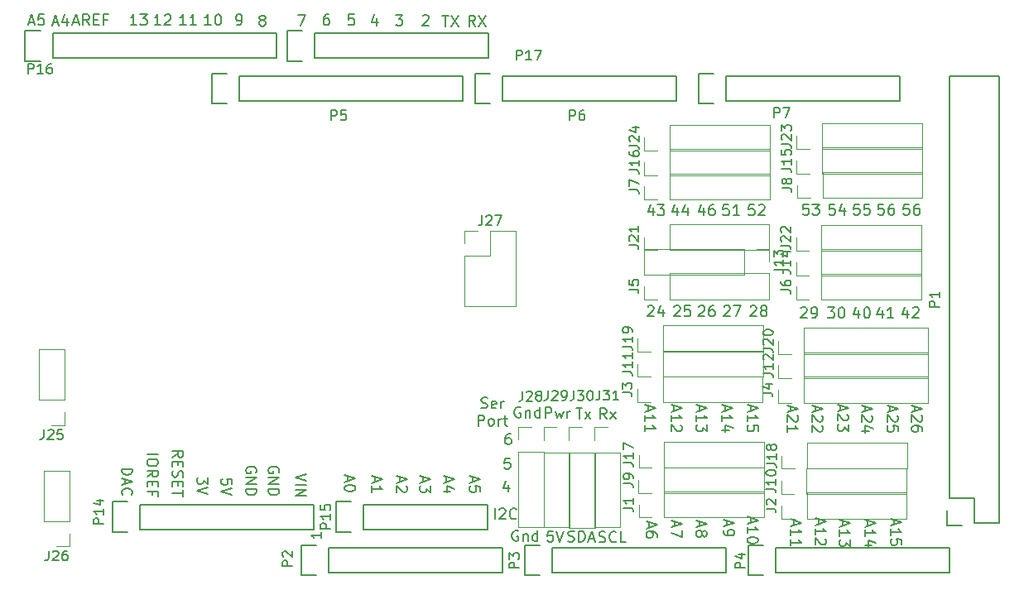
<source format=gbr>
G04 #@! TF.FileFunction,Legend,Top*
%FSLAX46Y46*%
G04 Gerber Fmt 4.6, Leading zero omitted, Abs format (unit mm)*
G04 Created by KiCad (PCBNEW 4.0.6) date 06/14/17 17:04:03*
%MOMM*%
%LPD*%
G01*
G04 APERTURE LIST*
%ADD10C,0.100000*%
%ADD11C,0.150000*%
%ADD12C,0.120000*%
G04 APERTURE END LIST*
D10*
D11*
X147566667Y-64497619D02*
X147200001Y-63973810D01*
X146938096Y-64497619D02*
X146938096Y-63397619D01*
X147357143Y-63397619D01*
X147461905Y-63450000D01*
X147514286Y-63502381D01*
X147566667Y-63607143D01*
X147566667Y-63764286D01*
X147514286Y-63869048D01*
X147461905Y-63921429D01*
X147357143Y-63973810D01*
X146938096Y-63973810D01*
X147933334Y-63397619D02*
X148666667Y-64497619D01*
X148666667Y-63397619D02*
X147933334Y-64497619D01*
X144211905Y-63397619D02*
X144840476Y-63397619D01*
X144526191Y-64497619D02*
X144526191Y-63397619D01*
X145102381Y-63397619D02*
X145835714Y-64497619D01*
X145835714Y-63397619D02*
X145102381Y-64497619D01*
X142185715Y-63452381D02*
X142238096Y-63400000D01*
X142342858Y-63347619D01*
X142604762Y-63347619D01*
X142709524Y-63400000D01*
X142761905Y-63452381D01*
X142814286Y-63557143D01*
X142814286Y-63661905D01*
X142761905Y-63819048D01*
X142133334Y-64447619D01*
X142814286Y-64447619D01*
X139433334Y-63347619D02*
X140114286Y-63347619D01*
X139747620Y-63766667D01*
X139904762Y-63766667D01*
X140009524Y-63819048D01*
X140061905Y-63871429D01*
X140114286Y-63976190D01*
X140114286Y-64238095D01*
X140061905Y-64342857D01*
X140009524Y-64395238D01*
X139904762Y-64447619D01*
X139590477Y-64447619D01*
X139485715Y-64395238D01*
X139433334Y-64342857D01*
X137459524Y-63714286D02*
X137459524Y-64447619D01*
X137197620Y-63295238D02*
X136935715Y-64080952D01*
X137616667Y-64080952D01*
X135161905Y-63297619D02*
X134638096Y-63297619D01*
X134585715Y-63821429D01*
X134638096Y-63769048D01*
X134742858Y-63716667D01*
X135004762Y-63716667D01*
X135109524Y-63769048D01*
X135161905Y-63821429D01*
X135214286Y-63926190D01*
X135214286Y-64188095D01*
X135161905Y-64292857D01*
X135109524Y-64345238D01*
X135004762Y-64397619D01*
X134742858Y-64397619D01*
X134638096Y-64345238D01*
X134585715Y-64292857D01*
X132559524Y-63297619D02*
X132350001Y-63297619D01*
X132245239Y-63350000D01*
X132192858Y-63402381D01*
X132088096Y-63559524D01*
X132035715Y-63769048D01*
X132035715Y-64188095D01*
X132088096Y-64292857D01*
X132140477Y-64345238D01*
X132245239Y-64397619D01*
X132454762Y-64397619D01*
X132559524Y-64345238D01*
X132611905Y-64292857D01*
X132664286Y-64188095D01*
X132664286Y-63926190D01*
X132611905Y-63821429D01*
X132559524Y-63769048D01*
X132454762Y-63716667D01*
X132245239Y-63716667D01*
X132140477Y-63769048D01*
X132088096Y-63821429D01*
X132035715Y-63926190D01*
X129433334Y-63347619D02*
X130166667Y-63347619D01*
X129695239Y-64447619D01*
X125695239Y-63869048D02*
X125590477Y-63816667D01*
X125538096Y-63764286D01*
X125485715Y-63659524D01*
X125485715Y-63607143D01*
X125538096Y-63502381D01*
X125590477Y-63450000D01*
X125695239Y-63397619D01*
X125904762Y-63397619D01*
X126009524Y-63450000D01*
X126061905Y-63502381D01*
X126114286Y-63607143D01*
X126114286Y-63659524D01*
X126061905Y-63764286D01*
X126009524Y-63816667D01*
X125904762Y-63869048D01*
X125695239Y-63869048D01*
X125590477Y-63921429D01*
X125538096Y-63973810D01*
X125485715Y-64078571D01*
X125485715Y-64288095D01*
X125538096Y-64392857D01*
X125590477Y-64445238D01*
X125695239Y-64497619D01*
X125904762Y-64497619D01*
X126009524Y-64445238D01*
X126061905Y-64392857D01*
X126114286Y-64288095D01*
X126114286Y-64078571D01*
X126061905Y-63973810D01*
X126009524Y-63921429D01*
X125904762Y-63869048D01*
X123190477Y-64397619D02*
X123400001Y-64397619D01*
X123504762Y-64345238D01*
X123557143Y-64292857D01*
X123661905Y-64135714D01*
X123714286Y-63926190D01*
X123714286Y-63507143D01*
X123661905Y-63402381D01*
X123609524Y-63350000D01*
X123504762Y-63297619D01*
X123295239Y-63297619D01*
X123190477Y-63350000D01*
X123138096Y-63402381D01*
X123085715Y-63507143D01*
X123085715Y-63769048D01*
X123138096Y-63873810D01*
X123190477Y-63926190D01*
X123295239Y-63978571D01*
X123504762Y-63978571D01*
X123609524Y-63926190D01*
X123661905Y-63873810D01*
X123714286Y-63769048D01*
X120540476Y-64397619D02*
X119911905Y-64397619D01*
X120226191Y-64397619D02*
X120226191Y-63297619D01*
X120121429Y-63454762D01*
X120016667Y-63559524D01*
X119911905Y-63611905D01*
X121221429Y-63297619D02*
X121326190Y-63297619D01*
X121430952Y-63350000D01*
X121483333Y-63402381D01*
X121535714Y-63507143D01*
X121588095Y-63716667D01*
X121588095Y-63978571D01*
X121535714Y-64188095D01*
X121483333Y-64292857D01*
X121430952Y-64345238D01*
X121326190Y-64397619D01*
X121221429Y-64397619D01*
X121116667Y-64345238D01*
X121064286Y-64292857D01*
X121011905Y-64188095D01*
X120959524Y-63978571D01*
X120959524Y-63716667D01*
X121011905Y-63507143D01*
X121064286Y-63402381D01*
X121116667Y-63350000D01*
X121221429Y-63297619D01*
X117990476Y-64397619D02*
X117361905Y-64397619D01*
X117676191Y-64397619D02*
X117676191Y-63297619D01*
X117571429Y-63454762D01*
X117466667Y-63559524D01*
X117361905Y-63611905D01*
X119038095Y-64397619D02*
X118409524Y-64397619D01*
X118723810Y-64397619D02*
X118723810Y-63297619D01*
X118619048Y-63454762D01*
X118514286Y-63559524D01*
X118409524Y-63611905D01*
X115390476Y-64397619D02*
X114761905Y-64397619D01*
X115076191Y-64397619D02*
X115076191Y-63297619D01*
X114971429Y-63454762D01*
X114866667Y-63559524D01*
X114761905Y-63611905D01*
X115809524Y-63402381D02*
X115861905Y-63350000D01*
X115966667Y-63297619D01*
X116228571Y-63297619D01*
X116333333Y-63350000D01*
X116385714Y-63402381D01*
X116438095Y-63507143D01*
X116438095Y-63611905D01*
X116385714Y-63769048D01*
X115757143Y-64397619D01*
X116438095Y-64397619D01*
X106469048Y-64083333D02*
X106992857Y-64083333D01*
X106364286Y-64397619D02*
X106730953Y-63297619D01*
X107097619Y-64397619D01*
X108092857Y-64397619D02*
X107726191Y-63873810D01*
X107464286Y-64397619D02*
X107464286Y-63297619D01*
X107883333Y-63297619D01*
X107988095Y-63350000D01*
X108040476Y-63402381D01*
X108092857Y-63507143D01*
X108092857Y-63664286D01*
X108040476Y-63769048D01*
X107988095Y-63821429D01*
X107883333Y-63873810D01*
X107464286Y-63873810D01*
X108564286Y-63821429D02*
X108930952Y-63821429D01*
X109088095Y-64397619D02*
X108564286Y-64397619D01*
X108564286Y-63297619D01*
X109088095Y-63297619D01*
X109926190Y-63821429D02*
X109559524Y-63821429D01*
X109559524Y-64397619D02*
X109559524Y-63297619D01*
X110083333Y-63297619D01*
X112940476Y-64397619D02*
X112311905Y-64397619D01*
X112626191Y-64397619D02*
X112626191Y-63297619D01*
X112521429Y-63454762D01*
X112416667Y-63559524D01*
X112311905Y-63611905D01*
X113307143Y-63297619D02*
X113988095Y-63297619D01*
X113621429Y-63716667D01*
X113778571Y-63716667D01*
X113883333Y-63769048D01*
X113935714Y-63821429D01*
X113988095Y-63926190D01*
X113988095Y-64188095D01*
X113935714Y-64292857D01*
X113883333Y-64345238D01*
X113778571Y-64397619D01*
X113464286Y-64397619D01*
X113359524Y-64345238D01*
X113307143Y-64292857D01*
X104364286Y-64133333D02*
X104888095Y-64133333D01*
X104259524Y-64447619D02*
X104626191Y-63347619D01*
X104992857Y-64447619D01*
X105830952Y-63714286D02*
X105830952Y-64447619D01*
X105569048Y-63295238D02*
X105307143Y-64080952D01*
X105988095Y-64080952D01*
X101914286Y-64083333D02*
X102438095Y-64083333D01*
X101809524Y-64397619D02*
X102176191Y-63297619D01*
X102542857Y-64397619D01*
X103433333Y-63297619D02*
X102909524Y-63297619D01*
X102857143Y-63821429D01*
X102909524Y-63769048D01*
X103014286Y-63716667D01*
X103276190Y-63716667D01*
X103380952Y-63769048D01*
X103433333Y-63821429D01*
X103485714Y-63926190D01*
X103485714Y-64188095D01*
X103433333Y-64292857D01*
X103380952Y-64345238D01*
X103276190Y-64397619D01*
X103014286Y-64397619D01*
X102909524Y-64345238D01*
X102857143Y-64292857D01*
X160240477Y-117245238D02*
X160397620Y-117297619D01*
X160659524Y-117297619D01*
X160764286Y-117245238D01*
X160816667Y-117192857D01*
X160869048Y-117088095D01*
X160869048Y-116983333D01*
X160816667Y-116878571D01*
X160764286Y-116826190D01*
X160659524Y-116773810D01*
X160450001Y-116721429D01*
X160345239Y-116669048D01*
X160292858Y-116616667D01*
X160240477Y-116511905D01*
X160240477Y-116407143D01*
X160292858Y-116302381D01*
X160345239Y-116250000D01*
X160450001Y-116197619D01*
X160711905Y-116197619D01*
X160869048Y-116250000D01*
X161969048Y-117192857D02*
X161916667Y-117245238D01*
X161759524Y-117297619D01*
X161654762Y-117297619D01*
X161497620Y-117245238D01*
X161392858Y-117140476D01*
X161340477Y-117035714D01*
X161288096Y-116826190D01*
X161288096Y-116669048D01*
X161340477Y-116459524D01*
X161392858Y-116354762D01*
X161497620Y-116250000D01*
X161654762Y-116197619D01*
X161759524Y-116197619D01*
X161916667Y-116250000D01*
X161969048Y-116302381D01*
X162964286Y-117297619D02*
X162440477Y-117297619D01*
X162440477Y-116197619D01*
X157064286Y-117195238D02*
X157221429Y-117247619D01*
X157483333Y-117247619D01*
X157588095Y-117195238D01*
X157640476Y-117142857D01*
X157692857Y-117038095D01*
X157692857Y-116933333D01*
X157640476Y-116828571D01*
X157588095Y-116776190D01*
X157483333Y-116723810D01*
X157273810Y-116671429D01*
X157169048Y-116619048D01*
X157116667Y-116566667D01*
X157064286Y-116461905D01*
X157064286Y-116357143D01*
X157116667Y-116252381D01*
X157169048Y-116200000D01*
X157273810Y-116147619D01*
X157535714Y-116147619D01*
X157692857Y-116200000D01*
X158164286Y-117247619D02*
X158164286Y-116147619D01*
X158426191Y-116147619D01*
X158583333Y-116200000D01*
X158688095Y-116304762D01*
X158740476Y-116409524D01*
X158792857Y-116619048D01*
X158792857Y-116776190D01*
X158740476Y-116985714D01*
X158688095Y-117090476D01*
X158583333Y-117195238D01*
X158426191Y-117247619D01*
X158164286Y-117247619D01*
X159211905Y-116933333D02*
X159735714Y-116933333D01*
X159107143Y-117247619D02*
X159473810Y-116147619D01*
X159840476Y-117247619D01*
X155490476Y-116147619D02*
X154966667Y-116147619D01*
X154914286Y-116671429D01*
X154966667Y-116619048D01*
X155071429Y-116566667D01*
X155333333Y-116566667D01*
X155438095Y-116619048D01*
X155490476Y-116671429D01*
X155542857Y-116776190D01*
X155542857Y-117038095D01*
X155490476Y-117142857D01*
X155438095Y-117195238D01*
X155333333Y-117247619D01*
X155071429Y-117247619D01*
X154966667Y-117195238D01*
X154914286Y-117142857D01*
X155857143Y-116147619D02*
X156223810Y-117247619D01*
X156590476Y-116147619D01*
X151942857Y-116150000D02*
X151838095Y-116097619D01*
X151680952Y-116097619D01*
X151523810Y-116150000D01*
X151419048Y-116254762D01*
X151366667Y-116359524D01*
X151314286Y-116569048D01*
X151314286Y-116726190D01*
X151366667Y-116935714D01*
X151419048Y-117040476D01*
X151523810Y-117145238D01*
X151680952Y-117197619D01*
X151785714Y-117197619D01*
X151942857Y-117145238D01*
X151995238Y-117092857D01*
X151995238Y-116726190D01*
X151785714Y-116726190D01*
X152466667Y-116464286D02*
X152466667Y-117197619D01*
X152466667Y-116569048D02*
X152519048Y-116516667D01*
X152623810Y-116464286D01*
X152780952Y-116464286D01*
X152885714Y-116516667D01*
X152938095Y-116621429D01*
X152938095Y-117197619D01*
X153933333Y-117197619D02*
X153933333Y-116097619D01*
X153933333Y-117145238D02*
X153828571Y-117197619D01*
X153619048Y-117197619D01*
X153514286Y-117145238D01*
X153461905Y-117092857D01*
X153409524Y-116988095D01*
X153409524Y-116673810D01*
X153461905Y-116569048D01*
X153514286Y-116516667D01*
X153619048Y-116464286D01*
X153828571Y-116464286D01*
X153933333Y-116516667D01*
X148173810Y-103545238D02*
X148330953Y-103597619D01*
X148592857Y-103597619D01*
X148697619Y-103545238D01*
X148750000Y-103492857D01*
X148802381Y-103388095D01*
X148802381Y-103283333D01*
X148750000Y-103178571D01*
X148697619Y-103126190D01*
X148592857Y-103073810D01*
X148383334Y-103021429D01*
X148278572Y-102969048D01*
X148226191Y-102916667D01*
X148173810Y-102811905D01*
X148173810Y-102707143D01*
X148226191Y-102602381D01*
X148278572Y-102550000D01*
X148383334Y-102497619D01*
X148645238Y-102497619D01*
X148802381Y-102550000D01*
X149692857Y-103545238D02*
X149588095Y-103597619D01*
X149378572Y-103597619D01*
X149273810Y-103545238D01*
X149221429Y-103440476D01*
X149221429Y-103021429D01*
X149273810Y-102916667D01*
X149378572Y-102864286D01*
X149588095Y-102864286D01*
X149692857Y-102916667D01*
X149745238Y-103021429D01*
X149745238Y-103126190D01*
X149221429Y-103230952D01*
X150216667Y-103597619D02*
X150216667Y-102864286D01*
X150216667Y-103073810D02*
X150269048Y-102969048D01*
X150321429Y-102916667D01*
X150426191Y-102864286D01*
X150530952Y-102864286D01*
X147859525Y-105397619D02*
X147859525Y-104297619D01*
X148278572Y-104297619D01*
X148383334Y-104350000D01*
X148435715Y-104402381D01*
X148488096Y-104507143D01*
X148488096Y-104664286D01*
X148435715Y-104769048D01*
X148383334Y-104821429D01*
X148278572Y-104873810D01*
X147859525Y-104873810D01*
X149116668Y-105397619D02*
X149011906Y-105345238D01*
X148959525Y-105292857D01*
X148907144Y-105188095D01*
X148907144Y-104873810D01*
X148959525Y-104769048D01*
X149011906Y-104716667D01*
X149116668Y-104664286D01*
X149273810Y-104664286D01*
X149378572Y-104716667D01*
X149430953Y-104769048D01*
X149483334Y-104873810D01*
X149483334Y-105188095D01*
X149430953Y-105292857D01*
X149378572Y-105345238D01*
X149273810Y-105397619D01*
X149116668Y-105397619D01*
X149954763Y-105397619D02*
X149954763Y-104664286D01*
X149954763Y-104873810D02*
X150007144Y-104769048D01*
X150059525Y-104716667D01*
X150164287Y-104664286D01*
X150269048Y-104664286D01*
X150478572Y-104664286D02*
X150897620Y-104664286D01*
X150635715Y-104297619D02*
X150635715Y-105240476D01*
X150688096Y-105345238D01*
X150792858Y-105397619D01*
X150897620Y-105397619D01*
X149576191Y-114947619D02*
X149576191Y-113847619D01*
X150047620Y-113952381D02*
X150100001Y-113900000D01*
X150204763Y-113847619D01*
X150466667Y-113847619D01*
X150571429Y-113900000D01*
X150623810Y-113952381D01*
X150676191Y-114057143D01*
X150676191Y-114161905D01*
X150623810Y-114319048D01*
X149995239Y-114947619D01*
X150676191Y-114947619D01*
X151776191Y-114842857D02*
X151723810Y-114895238D01*
X151566667Y-114947619D01*
X151461905Y-114947619D01*
X151304763Y-114895238D01*
X151200001Y-114790476D01*
X151147620Y-114685714D01*
X151095239Y-114476190D01*
X151095239Y-114319048D01*
X151147620Y-114109524D01*
X151200001Y-114004762D01*
X151304763Y-113900000D01*
X151461905Y-113847619D01*
X151566667Y-113847619D01*
X151723810Y-113900000D01*
X151776191Y-113952381D01*
X150959524Y-111414286D02*
X150959524Y-112147619D01*
X150697620Y-110995238D02*
X150435715Y-111780952D01*
X151116667Y-111780952D01*
X151111905Y-108697619D02*
X150588096Y-108697619D01*
X150535715Y-109221429D01*
X150588096Y-109169048D01*
X150692858Y-109116667D01*
X150954762Y-109116667D01*
X151059524Y-109169048D01*
X151111905Y-109221429D01*
X151164286Y-109326190D01*
X151164286Y-109588095D01*
X151111905Y-109692857D01*
X151059524Y-109745238D01*
X150954762Y-109797619D01*
X150692858Y-109797619D01*
X150588096Y-109745238D01*
X150535715Y-109692857D01*
X151159524Y-106197619D02*
X150950001Y-106197619D01*
X150845239Y-106250000D01*
X150792858Y-106302381D01*
X150688096Y-106459524D01*
X150635715Y-106669048D01*
X150635715Y-107088095D01*
X150688096Y-107192857D01*
X150740477Y-107245238D01*
X150845239Y-107297619D01*
X151054762Y-107297619D01*
X151159524Y-107245238D01*
X151211905Y-107192857D01*
X151264286Y-107088095D01*
X151264286Y-106826190D01*
X151211905Y-106721429D01*
X151159524Y-106669048D01*
X151054762Y-106616667D01*
X150845239Y-106616667D01*
X150740477Y-106669048D01*
X150688096Y-106721429D01*
X150635715Y-106826190D01*
X160995238Y-104697619D02*
X160628572Y-104173810D01*
X160366667Y-104697619D02*
X160366667Y-103597619D01*
X160785714Y-103597619D01*
X160890476Y-103650000D01*
X160942857Y-103702381D01*
X160995238Y-103807143D01*
X160995238Y-103964286D01*
X160942857Y-104069048D01*
X160890476Y-104121429D01*
X160785714Y-104173810D01*
X160366667Y-104173810D01*
X161361905Y-104697619D02*
X161938095Y-103964286D01*
X161361905Y-103964286D02*
X161938095Y-104697619D01*
X157890477Y-103597619D02*
X158519048Y-103597619D01*
X158204763Y-104697619D02*
X158204763Y-103597619D01*
X158780953Y-104697619D02*
X159357143Y-103964286D01*
X158780953Y-103964286D02*
X159357143Y-104697619D01*
X152192857Y-103500000D02*
X152088095Y-103447619D01*
X151930952Y-103447619D01*
X151773810Y-103500000D01*
X151669048Y-103604762D01*
X151616667Y-103709524D01*
X151564286Y-103919048D01*
X151564286Y-104076190D01*
X151616667Y-104285714D01*
X151669048Y-104390476D01*
X151773810Y-104495238D01*
X151930952Y-104547619D01*
X152035714Y-104547619D01*
X152192857Y-104495238D01*
X152245238Y-104442857D01*
X152245238Y-104076190D01*
X152035714Y-104076190D01*
X152716667Y-103814286D02*
X152716667Y-104547619D01*
X152716667Y-103919048D02*
X152769048Y-103866667D01*
X152873810Y-103814286D01*
X153030952Y-103814286D01*
X153135714Y-103866667D01*
X153188095Y-103971429D01*
X153188095Y-104547619D01*
X154183333Y-104547619D02*
X154183333Y-103447619D01*
X154183333Y-104495238D02*
X154078571Y-104547619D01*
X153869048Y-104547619D01*
X153764286Y-104495238D01*
X153711905Y-104442857D01*
X153659524Y-104338095D01*
X153659524Y-104023810D01*
X153711905Y-103919048D01*
X153764286Y-103866667D01*
X153869048Y-103814286D01*
X154078571Y-103814286D01*
X154183333Y-103866667D01*
X154745239Y-104597619D02*
X154745239Y-103497619D01*
X155164286Y-103497619D01*
X155269048Y-103550000D01*
X155321429Y-103602381D01*
X155373810Y-103707143D01*
X155373810Y-103864286D01*
X155321429Y-103969048D01*
X155269048Y-104021429D01*
X155164286Y-104073810D01*
X154745239Y-104073810D01*
X155740477Y-103864286D02*
X155950001Y-104597619D01*
X156159524Y-104073810D01*
X156369048Y-104597619D01*
X156578572Y-103864286D01*
X156997620Y-104597619D02*
X156997620Y-103864286D01*
X156997620Y-104073810D02*
X157050001Y-103969048D01*
X157102382Y-103916667D01*
X157207144Y-103864286D01*
X157311905Y-103864286D01*
X191938095Y-82697619D02*
X191414286Y-82697619D01*
X191361905Y-83221429D01*
X191414286Y-83169048D01*
X191519048Y-83116667D01*
X191780952Y-83116667D01*
X191885714Y-83169048D01*
X191938095Y-83221429D01*
X191990476Y-83326190D01*
X191990476Y-83588095D01*
X191938095Y-83692857D01*
X191885714Y-83745238D01*
X191780952Y-83797619D01*
X191519048Y-83797619D01*
X191414286Y-83745238D01*
X191361905Y-83692857D01*
X192933333Y-82697619D02*
X192723810Y-82697619D01*
X192619048Y-82750000D01*
X192566667Y-82802381D01*
X192461905Y-82959524D01*
X192409524Y-83169048D01*
X192409524Y-83588095D01*
X192461905Y-83692857D01*
X192514286Y-83745238D01*
X192619048Y-83797619D01*
X192828571Y-83797619D01*
X192933333Y-83745238D01*
X192985714Y-83692857D01*
X193038095Y-83588095D01*
X193038095Y-83326190D01*
X192985714Y-83221429D01*
X192933333Y-83169048D01*
X192828571Y-83116667D01*
X192619048Y-83116667D01*
X192514286Y-83169048D01*
X192461905Y-83221429D01*
X192409524Y-83326190D01*
X189338095Y-82697619D02*
X188814286Y-82697619D01*
X188761905Y-83221429D01*
X188814286Y-83169048D01*
X188919048Y-83116667D01*
X189180952Y-83116667D01*
X189285714Y-83169048D01*
X189338095Y-83221429D01*
X189390476Y-83326190D01*
X189390476Y-83588095D01*
X189338095Y-83692857D01*
X189285714Y-83745238D01*
X189180952Y-83797619D01*
X188919048Y-83797619D01*
X188814286Y-83745238D01*
X188761905Y-83692857D01*
X190333333Y-82697619D02*
X190123810Y-82697619D01*
X190019048Y-82750000D01*
X189966667Y-82802381D01*
X189861905Y-82959524D01*
X189809524Y-83169048D01*
X189809524Y-83588095D01*
X189861905Y-83692857D01*
X189914286Y-83745238D01*
X190019048Y-83797619D01*
X190228571Y-83797619D01*
X190333333Y-83745238D01*
X190385714Y-83692857D01*
X190438095Y-83588095D01*
X190438095Y-83326190D01*
X190385714Y-83221429D01*
X190333333Y-83169048D01*
X190228571Y-83116667D01*
X190019048Y-83116667D01*
X189914286Y-83169048D01*
X189861905Y-83221429D01*
X189809524Y-83326190D01*
X186838095Y-82697619D02*
X186314286Y-82697619D01*
X186261905Y-83221429D01*
X186314286Y-83169048D01*
X186419048Y-83116667D01*
X186680952Y-83116667D01*
X186785714Y-83169048D01*
X186838095Y-83221429D01*
X186890476Y-83326190D01*
X186890476Y-83588095D01*
X186838095Y-83692857D01*
X186785714Y-83745238D01*
X186680952Y-83797619D01*
X186419048Y-83797619D01*
X186314286Y-83745238D01*
X186261905Y-83692857D01*
X187885714Y-82697619D02*
X187361905Y-82697619D01*
X187309524Y-83221429D01*
X187361905Y-83169048D01*
X187466667Y-83116667D01*
X187728571Y-83116667D01*
X187833333Y-83169048D01*
X187885714Y-83221429D01*
X187938095Y-83326190D01*
X187938095Y-83588095D01*
X187885714Y-83692857D01*
X187833333Y-83745238D01*
X187728571Y-83797619D01*
X187466667Y-83797619D01*
X187361905Y-83745238D01*
X187309524Y-83692857D01*
X184338095Y-82697619D02*
X183814286Y-82697619D01*
X183761905Y-83221429D01*
X183814286Y-83169048D01*
X183919048Y-83116667D01*
X184180952Y-83116667D01*
X184285714Y-83169048D01*
X184338095Y-83221429D01*
X184390476Y-83326190D01*
X184390476Y-83588095D01*
X184338095Y-83692857D01*
X184285714Y-83745238D01*
X184180952Y-83797619D01*
X183919048Y-83797619D01*
X183814286Y-83745238D01*
X183761905Y-83692857D01*
X185333333Y-83064286D02*
X185333333Y-83797619D01*
X185071429Y-82645238D02*
X184809524Y-83430952D01*
X185490476Y-83430952D01*
X181638095Y-82697619D02*
X181114286Y-82697619D01*
X181061905Y-83221429D01*
X181114286Y-83169048D01*
X181219048Y-83116667D01*
X181480952Y-83116667D01*
X181585714Y-83169048D01*
X181638095Y-83221429D01*
X181690476Y-83326190D01*
X181690476Y-83588095D01*
X181638095Y-83692857D01*
X181585714Y-83745238D01*
X181480952Y-83797619D01*
X181219048Y-83797619D01*
X181114286Y-83745238D01*
X181061905Y-83692857D01*
X182057143Y-82697619D02*
X182738095Y-82697619D01*
X182371429Y-83116667D01*
X182528571Y-83116667D01*
X182633333Y-83169048D01*
X182685714Y-83221429D01*
X182738095Y-83326190D01*
X182738095Y-83588095D01*
X182685714Y-83692857D01*
X182633333Y-83745238D01*
X182528571Y-83797619D01*
X182214286Y-83797619D01*
X182109524Y-83745238D01*
X182057143Y-83692857D01*
X176088095Y-82747619D02*
X175564286Y-82747619D01*
X175511905Y-83271429D01*
X175564286Y-83219048D01*
X175669048Y-83166667D01*
X175930952Y-83166667D01*
X176035714Y-83219048D01*
X176088095Y-83271429D01*
X176140476Y-83376190D01*
X176140476Y-83638095D01*
X176088095Y-83742857D01*
X176035714Y-83795238D01*
X175930952Y-83847619D01*
X175669048Y-83847619D01*
X175564286Y-83795238D01*
X175511905Y-83742857D01*
X176559524Y-82852381D02*
X176611905Y-82800000D01*
X176716667Y-82747619D01*
X176978571Y-82747619D01*
X177083333Y-82800000D01*
X177135714Y-82852381D01*
X177188095Y-82957143D01*
X177188095Y-83061905D01*
X177135714Y-83219048D01*
X176507143Y-83847619D01*
X177188095Y-83847619D01*
X173488095Y-82747619D02*
X172964286Y-82747619D01*
X172911905Y-83271429D01*
X172964286Y-83219048D01*
X173069048Y-83166667D01*
X173330952Y-83166667D01*
X173435714Y-83219048D01*
X173488095Y-83271429D01*
X173540476Y-83376190D01*
X173540476Y-83638095D01*
X173488095Y-83742857D01*
X173435714Y-83795238D01*
X173330952Y-83847619D01*
X173069048Y-83847619D01*
X172964286Y-83795238D01*
X172911905Y-83742857D01*
X174588095Y-83847619D02*
X173959524Y-83847619D01*
X174273810Y-83847619D02*
X174273810Y-82747619D01*
X174169048Y-82904762D01*
X174064286Y-83009524D01*
X173959524Y-83061905D01*
X170935714Y-83114286D02*
X170935714Y-83847619D01*
X170673810Y-82695238D02*
X170411905Y-83480952D01*
X171092857Y-83480952D01*
X171983333Y-82747619D02*
X171773810Y-82747619D01*
X171669048Y-82800000D01*
X171616667Y-82852381D01*
X171511905Y-83009524D01*
X171459524Y-83219048D01*
X171459524Y-83638095D01*
X171511905Y-83742857D01*
X171564286Y-83795238D01*
X171669048Y-83847619D01*
X171878571Y-83847619D01*
X171983333Y-83795238D01*
X172035714Y-83742857D01*
X172088095Y-83638095D01*
X172088095Y-83376190D01*
X172035714Y-83271429D01*
X171983333Y-83219048D01*
X171878571Y-83166667D01*
X171669048Y-83166667D01*
X171564286Y-83219048D01*
X171511905Y-83271429D01*
X171459524Y-83376190D01*
X168235714Y-83114286D02*
X168235714Y-83847619D01*
X167973810Y-82695238D02*
X167711905Y-83480952D01*
X168392857Y-83480952D01*
X169283333Y-83114286D02*
X169283333Y-83847619D01*
X169021429Y-82695238D02*
X168759524Y-83480952D01*
X169440476Y-83480952D01*
X165735714Y-83114286D02*
X165735714Y-83847619D01*
X165473810Y-82695238D02*
X165211905Y-83480952D01*
X165892857Y-83480952D01*
X166207143Y-82747619D02*
X166888095Y-82747619D01*
X166521429Y-83166667D01*
X166678571Y-83166667D01*
X166783333Y-83219048D01*
X166835714Y-83271429D01*
X166888095Y-83376190D01*
X166888095Y-83638095D01*
X166835714Y-83742857D01*
X166783333Y-83795238D01*
X166678571Y-83847619D01*
X166364286Y-83847619D01*
X166259524Y-83795238D01*
X166207143Y-83742857D01*
X191785714Y-93614286D02*
X191785714Y-94347619D01*
X191523810Y-93195238D02*
X191261905Y-93980952D01*
X191942857Y-93980952D01*
X192309524Y-93352381D02*
X192361905Y-93300000D01*
X192466667Y-93247619D01*
X192728571Y-93247619D01*
X192833333Y-93300000D01*
X192885714Y-93352381D01*
X192938095Y-93457143D01*
X192938095Y-93561905D01*
X192885714Y-93719048D01*
X192257143Y-94347619D01*
X192938095Y-94347619D01*
X189185714Y-93614286D02*
X189185714Y-94347619D01*
X188923810Y-93195238D02*
X188661905Y-93980952D01*
X189342857Y-93980952D01*
X190338095Y-94347619D02*
X189709524Y-94347619D01*
X190023810Y-94347619D02*
X190023810Y-93247619D01*
X189919048Y-93404762D01*
X189814286Y-93509524D01*
X189709524Y-93561905D01*
X186785714Y-93614286D02*
X186785714Y-94347619D01*
X186523810Y-93195238D02*
X186261905Y-93980952D01*
X186942857Y-93980952D01*
X187571429Y-93247619D02*
X187676190Y-93247619D01*
X187780952Y-93300000D01*
X187833333Y-93352381D01*
X187885714Y-93457143D01*
X187938095Y-93666667D01*
X187938095Y-93928571D01*
X187885714Y-94138095D01*
X187833333Y-94242857D01*
X187780952Y-94295238D01*
X187676190Y-94347619D01*
X187571429Y-94347619D01*
X187466667Y-94295238D01*
X187414286Y-94242857D01*
X187361905Y-94138095D01*
X187309524Y-93928571D01*
X187309524Y-93666667D01*
X187361905Y-93457143D01*
X187414286Y-93352381D01*
X187466667Y-93300000D01*
X187571429Y-93247619D01*
X183609524Y-93247619D02*
X184290476Y-93247619D01*
X183923810Y-93666667D01*
X184080952Y-93666667D01*
X184185714Y-93719048D01*
X184238095Y-93771429D01*
X184290476Y-93876190D01*
X184290476Y-94138095D01*
X184238095Y-94242857D01*
X184185714Y-94295238D01*
X184080952Y-94347619D01*
X183766667Y-94347619D01*
X183661905Y-94295238D01*
X183609524Y-94242857D01*
X184971429Y-93247619D02*
X185076190Y-93247619D01*
X185180952Y-93300000D01*
X185233333Y-93352381D01*
X185285714Y-93457143D01*
X185338095Y-93666667D01*
X185338095Y-93928571D01*
X185285714Y-94138095D01*
X185233333Y-94242857D01*
X185180952Y-94295238D01*
X185076190Y-94347619D01*
X184971429Y-94347619D01*
X184866667Y-94295238D01*
X184814286Y-94242857D01*
X184761905Y-94138095D01*
X184709524Y-93928571D01*
X184709524Y-93666667D01*
X184761905Y-93457143D01*
X184814286Y-93352381D01*
X184866667Y-93300000D01*
X184971429Y-93247619D01*
X180861905Y-93352381D02*
X180914286Y-93300000D01*
X181019048Y-93247619D01*
X181280952Y-93247619D01*
X181385714Y-93300000D01*
X181438095Y-93352381D01*
X181490476Y-93457143D01*
X181490476Y-93561905D01*
X181438095Y-93719048D01*
X180809524Y-94347619D01*
X181490476Y-94347619D01*
X182014286Y-94347619D02*
X182223810Y-94347619D01*
X182328571Y-94295238D01*
X182380952Y-94242857D01*
X182485714Y-94085714D01*
X182538095Y-93876190D01*
X182538095Y-93457143D01*
X182485714Y-93352381D01*
X182433333Y-93300000D01*
X182328571Y-93247619D01*
X182119048Y-93247619D01*
X182014286Y-93300000D01*
X181961905Y-93352381D01*
X181909524Y-93457143D01*
X181909524Y-93719048D01*
X181961905Y-93823810D01*
X182014286Y-93876190D01*
X182119048Y-93928571D01*
X182328571Y-93928571D01*
X182433333Y-93876190D01*
X182485714Y-93823810D01*
X182538095Y-93719048D01*
X175711905Y-93202381D02*
X175764286Y-93150000D01*
X175869048Y-93097619D01*
X176130952Y-93097619D01*
X176235714Y-93150000D01*
X176288095Y-93202381D01*
X176340476Y-93307143D01*
X176340476Y-93411905D01*
X176288095Y-93569048D01*
X175659524Y-94197619D01*
X176340476Y-94197619D01*
X176969048Y-93569048D02*
X176864286Y-93516667D01*
X176811905Y-93464286D01*
X176759524Y-93359524D01*
X176759524Y-93307143D01*
X176811905Y-93202381D01*
X176864286Y-93150000D01*
X176969048Y-93097619D01*
X177178571Y-93097619D01*
X177283333Y-93150000D01*
X177335714Y-93202381D01*
X177388095Y-93307143D01*
X177388095Y-93359524D01*
X177335714Y-93464286D01*
X177283333Y-93516667D01*
X177178571Y-93569048D01*
X176969048Y-93569048D01*
X176864286Y-93621429D01*
X176811905Y-93673810D01*
X176759524Y-93778571D01*
X176759524Y-93988095D01*
X176811905Y-94092857D01*
X176864286Y-94145238D01*
X176969048Y-94197619D01*
X177178571Y-94197619D01*
X177283333Y-94145238D01*
X177335714Y-94092857D01*
X177388095Y-93988095D01*
X177388095Y-93778571D01*
X177335714Y-93673810D01*
X177283333Y-93621429D01*
X177178571Y-93569048D01*
X173011905Y-93202381D02*
X173064286Y-93150000D01*
X173169048Y-93097619D01*
X173430952Y-93097619D01*
X173535714Y-93150000D01*
X173588095Y-93202381D01*
X173640476Y-93307143D01*
X173640476Y-93411905D01*
X173588095Y-93569048D01*
X172959524Y-94197619D01*
X173640476Y-94197619D01*
X174007143Y-93097619D02*
X174740476Y-93097619D01*
X174269048Y-94197619D01*
X170411905Y-93202381D02*
X170464286Y-93150000D01*
X170569048Y-93097619D01*
X170830952Y-93097619D01*
X170935714Y-93150000D01*
X170988095Y-93202381D01*
X171040476Y-93307143D01*
X171040476Y-93411905D01*
X170988095Y-93569048D01*
X170359524Y-94197619D01*
X171040476Y-94197619D01*
X171983333Y-93097619D02*
X171773810Y-93097619D01*
X171669048Y-93150000D01*
X171616667Y-93202381D01*
X171511905Y-93359524D01*
X171459524Y-93569048D01*
X171459524Y-93988095D01*
X171511905Y-94092857D01*
X171564286Y-94145238D01*
X171669048Y-94197619D01*
X171878571Y-94197619D01*
X171983333Y-94145238D01*
X172035714Y-94092857D01*
X172088095Y-93988095D01*
X172088095Y-93726190D01*
X172035714Y-93621429D01*
X171983333Y-93569048D01*
X171878571Y-93516667D01*
X171669048Y-93516667D01*
X171564286Y-93569048D01*
X171511905Y-93621429D01*
X171459524Y-93726190D01*
X167911905Y-93202381D02*
X167964286Y-93150000D01*
X168069048Y-93097619D01*
X168330952Y-93097619D01*
X168435714Y-93150000D01*
X168488095Y-93202381D01*
X168540476Y-93307143D01*
X168540476Y-93411905D01*
X168488095Y-93569048D01*
X167859524Y-94197619D01*
X168540476Y-94197619D01*
X169535714Y-93097619D02*
X169011905Y-93097619D01*
X168959524Y-93621429D01*
X169011905Y-93569048D01*
X169116667Y-93516667D01*
X169378571Y-93516667D01*
X169483333Y-93569048D01*
X169535714Y-93621429D01*
X169588095Y-93726190D01*
X169588095Y-93988095D01*
X169535714Y-94092857D01*
X169483333Y-94145238D01*
X169378571Y-94197619D01*
X169116667Y-94197619D01*
X169011905Y-94145238D01*
X168959524Y-94092857D01*
X165211905Y-93202381D02*
X165264286Y-93150000D01*
X165369048Y-93097619D01*
X165630952Y-93097619D01*
X165735714Y-93150000D01*
X165788095Y-93202381D01*
X165840476Y-93307143D01*
X165840476Y-93411905D01*
X165788095Y-93569048D01*
X165159524Y-94197619D01*
X165840476Y-94197619D01*
X166783333Y-93464286D02*
X166783333Y-94197619D01*
X166521429Y-93045238D02*
X166259524Y-93830952D01*
X166940476Y-93830952D01*
X187416667Y-103390477D02*
X187416667Y-103914286D01*
X187102381Y-103285715D02*
X188202381Y-103652382D01*
X187102381Y-104019048D01*
X188097619Y-104333334D02*
X188150000Y-104385715D01*
X188202381Y-104490477D01*
X188202381Y-104752381D01*
X188150000Y-104857143D01*
X188097619Y-104909524D01*
X187992857Y-104961905D01*
X187888095Y-104961905D01*
X187730952Y-104909524D01*
X187102381Y-104280953D01*
X187102381Y-104961905D01*
X187835714Y-105904762D02*
X187102381Y-105904762D01*
X188254762Y-105642858D02*
X187469048Y-105380953D01*
X187469048Y-106061905D01*
X192516667Y-103390477D02*
X192516667Y-103914286D01*
X192202381Y-103285715D02*
X193302381Y-103652382D01*
X192202381Y-104019048D01*
X193197619Y-104333334D02*
X193250000Y-104385715D01*
X193302381Y-104490477D01*
X193302381Y-104752381D01*
X193250000Y-104857143D01*
X193197619Y-104909524D01*
X193092857Y-104961905D01*
X192988095Y-104961905D01*
X192830952Y-104909524D01*
X192202381Y-104280953D01*
X192202381Y-104961905D01*
X193302381Y-105904762D02*
X193302381Y-105695239D01*
X193250000Y-105590477D01*
X193197619Y-105538096D01*
X193040476Y-105433334D01*
X192830952Y-105380953D01*
X192411905Y-105380953D01*
X192307143Y-105433334D01*
X192254762Y-105485715D01*
X192202381Y-105590477D01*
X192202381Y-105800000D01*
X192254762Y-105904762D01*
X192307143Y-105957143D01*
X192411905Y-106009524D01*
X192673810Y-106009524D01*
X192778571Y-105957143D01*
X192830952Y-105904762D01*
X192883333Y-105800000D01*
X192883333Y-105590477D01*
X192830952Y-105485715D01*
X192778571Y-105433334D01*
X192673810Y-105380953D01*
X190016667Y-103390477D02*
X190016667Y-103914286D01*
X189702381Y-103285715D02*
X190802381Y-103652382D01*
X189702381Y-104019048D01*
X190697619Y-104333334D02*
X190750000Y-104385715D01*
X190802381Y-104490477D01*
X190802381Y-104752381D01*
X190750000Y-104857143D01*
X190697619Y-104909524D01*
X190592857Y-104961905D01*
X190488095Y-104961905D01*
X190330952Y-104909524D01*
X189702381Y-104280953D01*
X189702381Y-104961905D01*
X190802381Y-105957143D02*
X190802381Y-105433334D01*
X190278571Y-105380953D01*
X190330952Y-105433334D01*
X190383333Y-105538096D01*
X190383333Y-105800000D01*
X190330952Y-105904762D01*
X190278571Y-105957143D01*
X190173810Y-106009524D01*
X189911905Y-106009524D01*
X189807143Y-105957143D01*
X189754762Y-105904762D01*
X189702381Y-105800000D01*
X189702381Y-105538096D01*
X189754762Y-105433334D01*
X189807143Y-105380953D01*
X184916667Y-103290477D02*
X184916667Y-103814286D01*
X184602381Y-103185715D02*
X185702381Y-103552382D01*
X184602381Y-103919048D01*
X185597619Y-104233334D02*
X185650000Y-104285715D01*
X185702381Y-104390477D01*
X185702381Y-104652381D01*
X185650000Y-104757143D01*
X185597619Y-104809524D01*
X185492857Y-104861905D01*
X185388095Y-104861905D01*
X185230952Y-104809524D01*
X184602381Y-104180953D01*
X184602381Y-104861905D01*
X185702381Y-105228572D02*
X185702381Y-105909524D01*
X185283333Y-105542858D01*
X185283333Y-105700000D01*
X185230952Y-105804762D01*
X185178571Y-105857143D01*
X185073810Y-105909524D01*
X184811905Y-105909524D01*
X184707143Y-105857143D01*
X184654762Y-105804762D01*
X184602381Y-105700000D01*
X184602381Y-105385715D01*
X184654762Y-105280953D01*
X184707143Y-105228572D01*
X182316667Y-103390477D02*
X182316667Y-103914286D01*
X182002381Y-103285715D02*
X183102381Y-103652382D01*
X182002381Y-104019048D01*
X182997619Y-104333334D02*
X183050000Y-104385715D01*
X183102381Y-104490477D01*
X183102381Y-104752381D01*
X183050000Y-104857143D01*
X182997619Y-104909524D01*
X182892857Y-104961905D01*
X182788095Y-104961905D01*
X182630952Y-104909524D01*
X182002381Y-104280953D01*
X182002381Y-104961905D01*
X182997619Y-105380953D02*
X183050000Y-105433334D01*
X183102381Y-105538096D01*
X183102381Y-105800000D01*
X183050000Y-105904762D01*
X182997619Y-105957143D01*
X182892857Y-106009524D01*
X182788095Y-106009524D01*
X182630952Y-105957143D01*
X182002381Y-105328572D01*
X182002381Y-106009524D01*
X179816667Y-103390477D02*
X179816667Y-103914286D01*
X179502381Y-103285715D02*
X180602381Y-103652382D01*
X179502381Y-104019048D01*
X180497619Y-104333334D02*
X180550000Y-104385715D01*
X180602381Y-104490477D01*
X180602381Y-104752381D01*
X180550000Y-104857143D01*
X180497619Y-104909524D01*
X180392857Y-104961905D01*
X180288095Y-104961905D01*
X180130952Y-104909524D01*
X179502381Y-104280953D01*
X179502381Y-104961905D01*
X179502381Y-106009524D02*
X179502381Y-105380953D01*
X179502381Y-105695239D02*
X180602381Y-105695239D01*
X180445238Y-105590477D01*
X180340476Y-105485715D01*
X180288095Y-105380953D01*
X175716667Y-103340477D02*
X175716667Y-103864286D01*
X175402381Y-103235715D02*
X176502381Y-103602382D01*
X175402381Y-103969048D01*
X175402381Y-104911905D02*
X175402381Y-104283334D01*
X175402381Y-104597620D02*
X176502381Y-104597620D01*
X176345238Y-104492858D01*
X176240476Y-104388096D01*
X176188095Y-104283334D01*
X176502381Y-105907143D02*
X176502381Y-105383334D01*
X175978571Y-105330953D01*
X176030952Y-105383334D01*
X176083333Y-105488096D01*
X176083333Y-105750000D01*
X176030952Y-105854762D01*
X175978571Y-105907143D01*
X175873810Y-105959524D01*
X175611905Y-105959524D01*
X175507143Y-105907143D01*
X175454762Y-105854762D01*
X175402381Y-105750000D01*
X175402381Y-105488096D01*
X175454762Y-105383334D01*
X175507143Y-105330953D01*
X173116667Y-103340477D02*
X173116667Y-103864286D01*
X172802381Y-103235715D02*
X173902381Y-103602382D01*
X172802381Y-103969048D01*
X172802381Y-104911905D02*
X172802381Y-104283334D01*
X172802381Y-104597620D02*
X173902381Y-104597620D01*
X173745238Y-104492858D01*
X173640476Y-104388096D01*
X173588095Y-104283334D01*
X173535714Y-105854762D02*
X172802381Y-105854762D01*
X173954762Y-105592858D02*
X173169048Y-105330953D01*
X173169048Y-106011905D01*
X170516667Y-103340477D02*
X170516667Y-103864286D01*
X170202381Y-103235715D02*
X171302381Y-103602382D01*
X170202381Y-103969048D01*
X170202381Y-104911905D02*
X170202381Y-104283334D01*
X170202381Y-104597620D02*
X171302381Y-104597620D01*
X171145238Y-104492858D01*
X171040476Y-104388096D01*
X170988095Y-104283334D01*
X171302381Y-105278572D02*
X171302381Y-105959524D01*
X170883333Y-105592858D01*
X170883333Y-105750000D01*
X170830952Y-105854762D01*
X170778571Y-105907143D01*
X170673810Y-105959524D01*
X170411905Y-105959524D01*
X170307143Y-105907143D01*
X170254762Y-105854762D01*
X170202381Y-105750000D01*
X170202381Y-105435715D01*
X170254762Y-105330953D01*
X170307143Y-105278572D01*
X167916667Y-103340477D02*
X167916667Y-103864286D01*
X167602381Y-103235715D02*
X168702381Y-103602382D01*
X167602381Y-103969048D01*
X167602381Y-104911905D02*
X167602381Y-104283334D01*
X167602381Y-104597620D02*
X168702381Y-104597620D01*
X168545238Y-104492858D01*
X168440476Y-104388096D01*
X168388095Y-104283334D01*
X168597619Y-105330953D02*
X168650000Y-105383334D01*
X168702381Y-105488096D01*
X168702381Y-105750000D01*
X168650000Y-105854762D01*
X168597619Y-105907143D01*
X168492857Y-105959524D01*
X168388095Y-105959524D01*
X168230952Y-105907143D01*
X167602381Y-105278572D01*
X167602381Y-105959524D01*
X165216667Y-103340477D02*
X165216667Y-103864286D01*
X164902381Y-103235715D02*
X166002381Y-103602382D01*
X164902381Y-103969048D01*
X164902381Y-104911905D02*
X164902381Y-104283334D01*
X164902381Y-104597620D02*
X166002381Y-104597620D01*
X165845238Y-104492858D01*
X165740476Y-104388096D01*
X165688095Y-104283334D01*
X164902381Y-105959524D02*
X164902381Y-105330953D01*
X164902381Y-105645239D02*
X166002381Y-105645239D01*
X165845238Y-105540477D01*
X165740476Y-105435715D01*
X165688095Y-105330953D01*
X190366667Y-114990477D02*
X190366667Y-115514286D01*
X190052381Y-114885715D02*
X191152381Y-115252382D01*
X190052381Y-115619048D01*
X190052381Y-116561905D02*
X190052381Y-115933334D01*
X190052381Y-116247620D02*
X191152381Y-116247620D01*
X190995238Y-116142858D01*
X190890476Y-116038096D01*
X190838095Y-115933334D01*
X191152381Y-117557143D02*
X191152381Y-117033334D01*
X190628571Y-116980953D01*
X190680952Y-117033334D01*
X190733333Y-117138096D01*
X190733333Y-117400000D01*
X190680952Y-117504762D01*
X190628571Y-117557143D01*
X190523810Y-117609524D01*
X190261905Y-117609524D01*
X190157143Y-117557143D01*
X190104762Y-117504762D01*
X190052381Y-117400000D01*
X190052381Y-117138096D01*
X190104762Y-117033334D01*
X190157143Y-116980953D01*
X187716667Y-115090477D02*
X187716667Y-115614286D01*
X187402381Y-114985715D02*
X188502381Y-115352382D01*
X187402381Y-115719048D01*
X187402381Y-116661905D02*
X187402381Y-116033334D01*
X187402381Y-116347620D02*
X188502381Y-116347620D01*
X188345238Y-116242858D01*
X188240476Y-116138096D01*
X188188095Y-116033334D01*
X188135714Y-117604762D02*
X187402381Y-117604762D01*
X188554762Y-117342858D02*
X187769048Y-117080953D01*
X187769048Y-117761905D01*
X185116667Y-115090477D02*
X185116667Y-115614286D01*
X184802381Y-114985715D02*
X185902381Y-115352382D01*
X184802381Y-115719048D01*
X184802381Y-116661905D02*
X184802381Y-116033334D01*
X184802381Y-116347620D02*
X185902381Y-116347620D01*
X185745238Y-116242858D01*
X185640476Y-116138096D01*
X185588095Y-116033334D01*
X185902381Y-117028572D02*
X185902381Y-117709524D01*
X185483333Y-117342858D01*
X185483333Y-117500000D01*
X185430952Y-117604762D01*
X185378571Y-117657143D01*
X185273810Y-117709524D01*
X185011905Y-117709524D01*
X184907143Y-117657143D01*
X184854762Y-117604762D01*
X184802381Y-117500000D01*
X184802381Y-117185715D01*
X184854762Y-117080953D01*
X184907143Y-117028572D01*
X182666667Y-114940477D02*
X182666667Y-115464286D01*
X182352381Y-114835715D02*
X183452381Y-115202382D01*
X182352381Y-115569048D01*
X182352381Y-116511905D02*
X182352381Y-115883334D01*
X182352381Y-116197620D02*
X183452381Y-116197620D01*
X183295238Y-116092858D01*
X183190476Y-115988096D01*
X183138095Y-115883334D01*
X183347619Y-116930953D02*
X183400000Y-116983334D01*
X183452381Y-117088096D01*
X183452381Y-117350000D01*
X183400000Y-117454762D01*
X183347619Y-117507143D01*
X183242857Y-117559524D01*
X183138095Y-117559524D01*
X182980952Y-117507143D01*
X182352381Y-116878572D01*
X182352381Y-117559524D01*
X180166667Y-115040477D02*
X180166667Y-115564286D01*
X179852381Y-114935715D02*
X180952381Y-115302382D01*
X179852381Y-115669048D01*
X179852381Y-116611905D02*
X179852381Y-115983334D01*
X179852381Y-116297620D02*
X180952381Y-116297620D01*
X180795238Y-116192858D01*
X180690476Y-116088096D01*
X180638095Y-115983334D01*
X179852381Y-117659524D02*
X179852381Y-117030953D01*
X179852381Y-117345239D02*
X180952381Y-117345239D01*
X180795238Y-117240477D01*
X180690476Y-117135715D01*
X180638095Y-117030953D01*
X175716667Y-114790477D02*
X175716667Y-115314286D01*
X175402381Y-114685715D02*
X176502381Y-115052382D01*
X175402381Y-115419048D01*
X175402381Y-116361905D02*
X175402381Y-115733334D01*
X175402381Y-116047620D02*
X176502381Y-116047620D01*
X176345238Y-115942858D01*
X176240476Y-115838096D01*
X176188095Y-115733334D01*
X176502381Y-117042858D02*
X176502381Y-117147619D01*
X176450000Y-117252381D01*
X176397619Y-117304762D01*
X176292857Y-117357143D01*
X176083333Y-117409524D01*
X175821429Y-117409524D01*
X175611905Y-117357143D01*
X175507143Y-117304762D01*
X175454762Y-117252381D01*
X175402381Y-117147619D01*
X175402381Y-117042858D01*
X175454762Y-116938096D01*
X175507143Y-116885715D01*
X175611905Y-116833334D01*
X175821429Y-116780953D01*
X176083333Y-116780953D01*
X176292857Y-116833334D01*
X176397619Y-116885715D01*
X176450000Y-116938096D01*
X176502381Y-117042858D01*
X173266667Y-115064286D02*
X173266667Y-115588095D01*
X172952381Y-114959524D02*
X174052381Y-115326191D01*
X172952381Y-115692857D01*
X172952381Y-116111905D02*
X172952381Y-116321429D01*
X173004762Y-116426190D01*
X173057143Y-116478571D01*
X173214286Y-116583333D01*
X173423810Y-116635714D01*
X173842857Y-116635714D01*
X173947619Y-116583333D01*
X174000000Y-116530952D01*
X174052381Y-116426190D01*
X174052381Y-116216667D01*
X174000000Y-116111905D01*
X173947619Y-116059524D01*
X173842857Y-116007143D01*
X173580952Y-116007143D01*
X173476190Y-116059524D01*
X173423810Y-116111905D01*
X173371429Y-116216667D01*
X173371429Y-116426190D01*
X173423810Y-116530952D01*
X173476190Y-116583333D01*
X173580952Y-116635714D01*
X170466667Y-115164286D02*
X170466667Y-115688095D01*
X170152381Y-115059524D02*
X171252381Y-115426191D01*
X170152381Y-115792857D01*
X170780952Y-116316667D02*
X170833333Y-116211905D01*
X170885714Y-116159524D01*
X170990476Y-116107143D01*
X171042857Y-116107143D01*
X171147619Y-116159524D01*
X171200000Y-116211905D01*
X171252381Y-116316667D01*
X171252381Y-116526190D01*
X171200000Y-116630952D01*
X171147619Y-116683333D01*
X171042857Y-116735714D01*
X170990476Y-116735714D01*
X170885714Y-116683333D01*
X170833333Y-116630952D01*
X170780952Y-116526190D01*
X170780952Y-116316667D01*
X170728571Y-116211905D01*
X170676190Y-116159524D01*
X170571429Y-116107143D01*
X170361905Y-116107143D01*
X170257143Y-116159524D01*
X170204762Y-116211905D01*
X170152381Y-116316667D01*
X170152381Y-116526190D01*
X170204762Y-116630952D01*
X170257143Y-116683333D01*
X170361905Y-116735714D01*
X170571429Y-116735714D01*
X170676190Y-116683333D01*
X170728571Y-116630952D01*
X170780952Y-116526190D01*
X167966667Y-115164286D02*
X167966667Y-115688095D01*
X167652381Y-115059524D02*
X168752381Y-115426191D01*
X167652381Y-115792857D01*
X168752381Y-116054762D02*
X168752381Y-116788095D01*
X167652381Y-116316667D01*
X165366667Y-115264286D02*
X165366667Y-115788095D01*
X165052381Y-115159524D02*
X166152381Y-115526191D01*
X165052381Y-115892857D01*
X166152381Y-116730952D02*
X166152381Y-116521429D01*
X166100000Y-116416667D01*
X166047619Y-116364286D01*
X165890476Y-116259524D01*
X165680952Y-116207143D01*
X165261905Y-116207143D01*
X165157143Y-116259524D01*
X165104762Y-116311905D01*
X165052381Y-116416667D01*
X165052381Y-116626190D01*
X165104762Y-116730952D01*
X165157143Y-116783333D01*
X165261905Y-116835714D01*
X165523810Y-116835714D01*
X165628571Y-116783333D01*
X165680952Y-116730952D01*
X165733333Y-116626190D01*
X165733333Y-116416667D01*
X165680952Y-116311905D01*
X165628571Y-116259524D01*
X165523810Y-116207143D01*
X147316667Y-110614286D02*
X147316667Y-111138095D01*
X147002381Y-110509524D02*
X148102381Y-110876191D01*
X147002381Y-111242857D01*
X148102381Y-112133333D02*
X148102381Y-111609524D01*
X147578571Y-111557143D01*
X147630952Y-111609524D01*
X147683333Y-111714286D01*
X147683333Y-111976190D01*
X147630952Y-112080952D01*
X147578571Y-112133333D01*
X147473810Y-112185714D01*
X147211905Y-112185714D01*
X147107143Y-112133333D01*
X147054762Y-112080952D01*
X147002381Y-111976190D01*
X147002381Y-111714286D01*
X147054762Y-111609524D01*
X147107143Y-111557143D01*
X144616667Y-110614286D02*
X144616667Y-111138095D01*
X144302381Y-110509524D02*
X145402381Y-110876191D01*
X144302381Y-111242857D01*
X145035714Y-112080952D02*
X144302381Y-112080952D01*
X145454762Y-111819048D02*
X144669048Y-111557143D01*
X144669048Y-112238095D01*
X142216667Y-110614286D02*
X142216667Y-111138095D01*
X141902381Y-110509524D02*
X143002381Y-110876191D01*
X141902381Y-111242857D01*
X143002381Y-111504762D02*
X143002381Y-112185714D01*
X142583333Y-111819048D01*
X142583333Y-111976190D01*
X142530952Y-112080952D01*
X142478571Y-112133333D01*
X142373810Y-112185714D01*
X142111905Y-112185714D01*
X142007143Y-112133333D01*
X141954762Y-112080952D01*
X141902381Y-111976190D01*
X141902381Y-111661905D01*
X141954762Y-111557143D01*
X142007143Y-111504762D01*
X139816667Y-110614286D02*
X139816667Y-111138095D01*
X139502381Y-110509524D02*
X140602381Y-110876191D01*
X139502381Y-111242857D01*
X140497619Y-111557143D02*
X140550000Y-111609524D01*
X140602381Y-111714286D01*
X140602381Y-111976190D01*
X140550000Y-112080952D01*
X140497619Y-112133333D01*
X140392857Y-112185714D01*
X140288095Y-112185714D01*
X140130952Y-112133333D01*
X139502381Y-111504762D01*
X139502381Y-112185714D01*
X137316667Y-110614286D02*
X137316667Y-111138095D01*
X137002381Y-110509524D02*
X138102381Y-110876191D01*
X137002381Y-111242857D01*
X137002381Y-112185714D02*
X137002381Y-111557143D01*
X137002381Y-111871429D02*
X138102381Y-111871429D01*
X137945238Y-111766667D01*
X137840476Y-111661905D01*
X137788095Y-111557143D01*
X134516667Y-110514286D02*
X134516667Y-111038095D01*
X134202381Y-110409524D02*
X135302381Y-110776191D01*
X134202381Y-111142857D01*
X135302381Y-111719048D02*
X135302381Y-111823809D01*
X135250000Y-111928571D01*
X135197619Y-111980952D01*
X135092857Y-112033333D01*
X134883333Y-112085714D01*
X134621429Y-112085714D01*
X134411905Y-112033333D01*
X134307143Y-111980952D01*
X134254762Y-111928571D01*
X134202381Y-111823809D01*
X134202381Y-111719048D01*
X134254762Y-111614286D01*
X134307143Y-111561905D01*
X134411905Y-111509524D01*
X134621429Y-111457143D01*
X134883333Y-111457143D01*
X135092857Y-111509524D01*
X135197619Y-111561905D01*
X135250000Y-111614286D01*
X135302381Y-111719048D01*
X130302381Y-110295238D02*
X129202381Y-110661905D01*
X130302381Y-111028571D01*
X129202381Y-111395238D02*
X130302381Y-111395238D01*
X129202381Y-111919048D02*
X130302381Y-111919048D01*
X129202381Y-112547619D01*
X130302381Y-112547619D01*
X127450000Y-110161905D02*
X127502381Y-110057143D01*
X127502381Y-109900000D01*
X127450000Y-109742858D01*
X127345238Y-109638096D01*
X127240476Y-109585715D01*
X127030952Y-109533334D01*
X126873810Y-109533334D01*
X126664286Y-109585715D01*
X126559524Y-109638096D01*
X126454762Y-109742858D01*
X126402381Y-109900000D01*
X126402381Y-110004762D01*
X126454762Y-110161905D01*
X126507143Y-110214286D01*
X126873810Y-110214286D01*
X126873810Y-110004762D01*
X126402381Y-110685715D02*
X127502381Y-110685715D01*
X126402381Y-111314286D01*
X127502381Y-111314286D01*
X126402381Y-111838096D02*
X127502381Y-111838096D01*
X127502381Y-112100001D01*
X127450000Y-112257143D01*
X127345238Y-112361905D01*
X127240476Y-112414286D01*
X127030952Y-112466667D01*
X126873810Y-112466667D01*
X126664286Y-112414286D01*
X126559524Y-112361905D01*
X126454762Y-112257143D01*
X126402381Y-112100001D01*
X126402381Y-111838096D01*
X125150000Y-110161905D02*
X125202381Y-110057143D01*
X125202381Y-109900000D01*
X125150000Y-109742858D01*
X125045238Y-109638096D01*
X124940476Y-109585715D01*
X124730952Y-109533334D01*
X124573810Y-109533334D01*
X124364286Y-109585715D01*
X124259524Y-109638096D01*
X124154762Y-109742858D01*
X124102381Y-109900000D01*
X124102381Y-110004762D01*
X124154762Y-110161905D01*
X124207143Y-110214286D01*
X124573810Y-110214286D01*
X124573810Y-110004762D01*
X124102381Y-110685715D02*
X125202381Y-110685715D01*
X124102381Y-111314286D01*
X125202381Y-111314286D01*
X124102381Y-111838096D02*
X125202381Y-111838096D01*
X125202381Y-112100001D01*
X125150000Y-112257143D01*
X125045238Y-112361905D01*
X124940476Y-112414286D01*
X124730952Y-112466667D01*
X124573810Y-112466667D01*
X124364286Y-112414286D01*
X124259524Y-112361905D01*
X124154762Y-112257143D01*
X124102381Y-112100001D01*
X124102381Y-111838096D01*
X122702381Y-111390476D02*
X122702381Y-110866667D01*
X122178571Y-110814286D01*
X122230952Y-110866667D01*
X122283333Y-110971429D01*
X122283333Y-111233333D01*
X122230952Y-111338095D01*
X122178571Y-111390476D01*
X122073810Y-111442857D01*
X121811905Y-111442857D01*
X121707143Y-111390476D01*
X121654762Y-111338095D01*
X121602381Y-111233333D01*
X121602381Y-110971429D01*
X121654762Y-110866667D01*
X121707143Y-110814286D01*
X122702381Y-111757143D02*
X121602381Y-112123810D01*
X122702381Y-112490476D01*
X120202381Y-110661905D02*
X120202381Y-111342857D01*
X119783333Y-110976191D01*
X119783333Y-111133333D01*
X119730952Y-111238095D01*
X119678571Y-111290476D01*
X119573810Y-111342857D01*
X119311905Y-111342857D01*
X119207143Y-111290476D01*
X119154762Y-111238095D01*
X119102381Y-111133333D01*
X119102381Y-110819048D01*
X119154762Y-110714286D01*
X119207143Y-110661905D01*
X120202381Y-111657143D02*
X119102381Y-112023810D01*
X120202381Y-112390476D01*
X116602381Y-108602381D02*
X117126190Y-108235715D01*
X116602381Y-107973810D02*
X117702381Y-107973810D01*
X117702381Y-108392857D01*
X117650000Y-108497619D01*
X117597619Y-108550000D01*
X117492857Y-108602381D01*
X117335714Y-108602381D01*
X117230952Y-108550000D01*
X117178571Y-108497619D01*
X117126190Y-108392857D01*
X117126190Y-107973810D01*
X117178571Y-109073810D02*
X117178571Y-109440476D01*
X116602381Y-109597619D02*
X116602381Y-109073810D01*
X117702381Y-109073810D01*
X117702381Y-109597619D01*
X116654762Y-110016667D02*
X116602381Y-110173810D01*
X116602381Y-110435714D01*
X116654762Y-110540476D01*
X116707143Y-110592857D01*
X116811905Y-110645238D01*
X116916667Y-110645238D01*
X117021429Y-110592857D01*
X117073810Y-110540476D01*
X117126190Y-110435714D01*
X117178571Y-110226191D01*
X117230952Y-110121429D01*
X117283333Y-110069048D01*
X117388095Y-110016667D01*
X117492857Y-110016667D01*
X117597619Y-110069048D01*
X117650000Y-110121429D01*
X117702381Y-110226191D01*
X117702381Y-110488095D01*
X117650000Y-110645238D01*
X117178571Y-111116667D02*
X117178571Y-111483333D01*
X116602381Y-111640476D02*
X116602381Y-111116667D01*
X117702381Y-111116667D01*
X117702381Y-111640476D01*
X117702381Y-111954762D02*
X117702381Y-112583333D01*
X116602381Y-112269048D02*
X117702381Y-112269048D01*
X114002381Y-108304762D02*
X115102381Y-108304762D01*
X115102381Y-109038096D02*
X115102381Y-109247619D01*
X115050000Y-109352381D01*
X114945238Y-109457143D01*
X114735714Y-109509524D01*
X114369048Y-109509524D01*
X114159524Y-109457143D01*
X114054762Y-109352381D01*
X114002381Y-109247619D01*
X114002381Y-109038096D01*
X114054762Y-108933334D01*
X114159524Y-108828572D01*
X114369048Y-108776191D01*
X114735714Y-108776191D01*
X114945238Y-108828572D01*
X115050000Y-108933334D01*
X115102381Y-109038096D01*
X114002381Y-110609524D02*
X114526190Y-110242858D01*
X114002381Y-109980953D02*
X115102381Y-109980953D01*
X115102381Y-110400000D01*
X115050000Y-110504762D01*
X114997619Y-110557143D01*
X114892857Y-110609524D01*
X114735714Y-110609524D01*
X114630952Y-110557143D01*
X114578571Y-110504762D01*
X114526190Y-110400000D01*
X114526190Y-109980953D01*
X114578571Y-111080953D02*
X114578571Y-111447619D01*
X114002381Y-111604762D02*
X114002381Y-111080953D01*
X115102381Y-111080953D01*
X115102381Y-111604762D01*
X114578571Y-112442857D02*
X114578571Y-112076191D01*
X114002381Y-112076191D02*
X115102381Y-112076191D01*
X115102381Y-112600000D01*
X111402381Y-109790477D02*
X112502381Y-109790477D01*
X112502381Y-110052382D01*
X112450000Y-110209524D01*
X112345238Y-110314286D01*
X112240476Y-110366667D01*
X112030952Y-110419048D01*
X111873810Y-110419048D01*
X111664286Y-110366667D01*
X111559524Y-110314286D01*
X111454762Y-110209524D01*
X111402381Y-110052382D01*
X111402381Y-109790477D01*
X111716667Y-110838096D02*
X111716667Y-111361905D01*
X111402381Y-110733334D02*
X112502381Y-111100001D01*
X111402381Y-111466667D01*
X111507143Y-112461905D02*
X111454762Y-112409524D01*
X111402381Y-112252381D01*
X111402381Y-112147619D01*
X111454762Y-111990477D01*
X111559524Y-111885715D01*
X111664286Y-111833334D01*
X111873810Y-111780953D01*
X112030952Y-111780953D01*
X112240476Y-111833334D01*
X112345238Y-111885715D01*
X112450000Y-111990477D01*
X112502381Y-112147619D01*
X112502381Y-112252381D01*
X112450000Y-112409524D01*
X112397619Y-112461905D01*
X131770381Y-116300285D02*
X131770381Y-116871714D01*
X131770381Y-116586000D02*
X130770381Y-116586000D01*
X130913238Y-116681238D01*
X131008476Y-116776476D01*
X131056095Y-116871714D01*
X201168000Y-115316000D02*
X201168000Y-69596000D01*
X196088000Y-69596000D02*
X196088000Y-112776000D01*
X201168000Y-69596000D02*
X196088000Y-69596000D01*
X201168000Y-115316000D02*
X198628000Y-115316000D01*
X195808000Y-114046000D02*
X195808000Y-115596000D01*
X198628000Y-115316000D02*
X198628000Y-112776000D01*
X198628000Y-112776000D02*
X196088000Y-112776000D01*
X195808000Y-115596000D02*
X197358000Y-115596000D01*
X132588000Y-120396000D02*
X150368000Y-120396000D01*
X150368000Y-120396000D02*
X150368000Y-117856000D01*
X150368000Y-117856000D02*
X132588000Y-117856000D01*
X129768000Y-120676000D02*
X131318000Y-120676000D01*
X132588000Y-120396000D02*
X132588000Y-117856000D01*
X131318000Y-117576000D02*
X129768000Y-117576000D01*
X129768000Y-117576000D02*
X129768000Y-120676000D01*
X155448000Y-120396000D02*
X173228000Y-120396000D01*
X173228000Y-120396000D02*
X173228000Y-117856000D01*
X173228000Y-117856000D02*
X155448000Y-117856000D01*
X152628000Y-120676000D02*
X154178000Y-120676000D01*
X155448000Y-120396000D02*
X155448000Y-117856000D01*
X154178000Y-117576000D02*
X152628000Y-117576000D01*
X152628000Y-117576000D02*
X152628000Y-120676000D01*
X178308000Y-120396000D02*
X196088000Y-120396000D01*
X196088000Y-120396000D02*
X196088000Y-117856000D01*
X196088000Y-117856000D02*
X178308000Y-117856000D01*
X175488000Y-120676000D02*
X177038000Y-120676000D01*
X178308000Y-120396000D02*
X178308000Y-117856000D01*
X177038000Y-117576000D02*
X175488000Y-117576000D01*
X175488000Y-117576000D02*
X175488000Y-120676000D01*
X123444000Y-72136000D02*
X146304000Y-72136000D01*
X146304000Y-72136000D02*
X146304000Y-69596000D01*
X146304000Y-69596000D02*
X123444000Y-69596000D01*
X120624000Y-72416000D02*
X122174000Y-72416000D01*
X123444000Y-72136000D02*
X123444000Y-69596000D01*
X122174000Y-69316000D02*
X120624000Y-69316000D01*
X120624000Y-69316000D02*
X120624000Y-72416000D01*
X150368000Y-72136000D02*
X168148000Y-72136000D01*
X168148000Y-72136000D02*
X168148000Y-69596000D01*
X168148000Y-69596000D02*
X150368000Y-69596000D01*
X147548000Y-72416000D02*
X149098000Y-72416000D01*
X150368000Y-72136000D02*
X150368000Y-69596000D01*
X149098000Y-69316000D02*
X147548000Y-69316000D01*
X147548000Y-69316000D02*
X147548000Y-72416000D01*
X173228000Y-72136000D02*
X191008000Y-72136000D01*
X191008000Y-72136000D02*
X191008000Y-69596000D01*
X191008000Y-69596000D02*
X173228000Y-69596000D01*
X170408000Y-72416000D02*
X171958000Y-72416000D01*
X173228000Y-72136000D02*
X173228000Y-69596000D01*
X171958000Y-69316000D02*
X170408000Y-69316000D01*
X170408000Y-69316000D02*
X170408000Y-72416000D01*
X113290000Y-115970000D02*
X131070000Y-115970000D01*
X131070000Y-115970000D02*
X131070000Y-113430000D01*
X131070000Y-113430000D02*
X113290000Y-113430000D01*
X110470000Y-116250000D02*
X112020000Y-116250000D01*
X113290000Y-115970000D02*
X113290000Y-113430000D01*
X112020000Y-113150000D02*
X110470000Y-113150000D01*
X110470000Y-113150000D02*
X110470000Y-116250000D01*
X136170000Y-115970000D02*
X148870000Y-115970000D01*
X148870000Y-115970000D02*
X148870000Y-113430000D01*
X148870000Y-113430000D02*
X136170000Y-113430000D01*
X133350000Y-116250000D02*
X134900000Y-116250000D01*
X136170000Y-115970000D02*
X136170000Y-113430000D01*
X134900000Y-113150000D02*
X133350000Y-113150000D01*
X133350000Y-113150000D02*
X133350000Y-116250000D01*
X104350000Y-67770000D02*
X127210000Y-67770000D01*
X127210000Y-67770000D02*
X127210000Y-65230000D01*
X127210000Y-65230000D02*
X104350000Y-65230000D01*
X101530000Y-68050000D02*
X103080000Y-68050000D01*
X104350000Y-67770000D02*
X104350000Y-65230000D01*
X103080000Y-64950000D02*
X101530000Y-64950000D01*
X101530000Y-64950000D02*
X101530000Y-68050000D01*
X131130000Y-67770000D02*
X148910000Y-67770000D01*
X148910000Y-67770000D02*
X148910000Y-65230000D01*
X148910000Y-65230000D02*
X131130000Y-65230000D01*
X128310000Y-68050000D02*
X129860000Y-68050000D01*
X131130000Y-67770000D02*
X131130000Y-65230000D01*
X129860000Y-64950000D02*
X128310000Y-64950000D01*
X128310000Y-64950000D02*
X128310000Y-68050000D01*
D12*
X166880000Y-114780000D02*
X177100000Y-114780000D01*
X177100000Y-114780000D02*
X177100000Y-112120000D01*
X177100000Y-112120000D02*
X166880000Y-112120000D01*
X166880000Y-112120000D02*
X166880000Y-114780000D01*
X165610000Y-114780000D02*
X164280000Y-114780000D01*
X164280000Y-114780000D02*
X164280000Y-113450000D01*
X181480000Y-114880000D02*
X191700000Y-114880000D01*
X191700000Y-114880000D02*
X191700000Y-112220000D01*
X191700000Y-112220000D02*
X181480000Y-112220000D01*
X181480000Y-112220000D02*
X181480000Y-114880000D01*
X180210000Y-114880000D02*
X178880000Y-114880000D01*
X178880000Y-114880000D02*
X178880000Y-113550000D01*
X166750000Y-102980000D02*
X176970000Y-102980000D01*
X176970000Y-102980000D02*
X176970000Y-100320000D01*
X176970000Y-100320000D02*
X166750000Y-100320000D01*
X166750000Y-100320000D02*
X166750000Y-102980000D01*
X165480000Y-102980000D02*
X164150000Y-102980000D01*
X164150000Y-102980000D02*
X164150000Y-101650000D01*
X181130000Y-103030000D02*
X193890000Y-103030000D01*
X193890000Y-103030000D02*
X193890000Y-100370000D01*
X193890000Y-100370000D02*
X181130000Y-100370000D01*
X181130000Y-100370000D02*
X181130000Y-103030000D01*
X179860000Y-103030000D02*
X178530000Y-103030000D01*
X178530000Y-103030000D02*
X178530000Y-101700000D01*
X167420000Y-92430000D02*
X177640000Y-92430000D01*
X177640000Y-92430000D02*
X177640000Y-89770000D01*
X177640000Y-89770000D02*
X167420000Y-89770000D01*
X167420000Y-89770000D02*
X167420000Y-92430000D01*
X166150000Y-92430000D02*
X164820000Y-92430000D01*
X164820000Y-92430000D02*
X164820000Y-91100000D01*
X182990000Y-92480000D02*
X193210000Y-92480000D01*
X193210000Y-92480000D02*
X193210000Y-89820000D01*
X193210000Y-89820000D02*
X182990000Y-89820000D01*
X182990000Y-89820000D02*
X182990000Y-92480000D01*
X181720000Y-92480000D02*
X180390000Y-92480000D01*
X180390000Y-92480000D02*
X180390000Y-91150000D01*
X167470000Y-82230000D02*
X177690000Y-82230000D01*
X177690000Y-82230000D02*
X177690000Y-79570000D01*
X177690000Y-79570000D02*
X167470000Y-79570000D01*
X167470000Y-79570000D02*
X167470000Y-82230000D01*
X166200000Y-82230000D02*
X164870000Y-82230000D01*
X164870000Y-82230000D02*
X164870000Y-80900000D01*
X183080000Y-82080000D02*
X193300000Y-82080000D01*
X193300000Y-82080000D02*
X193300000Y-79420000D01*
X193300000Y-79420000D02*
X183080000Y-79420000D01*
X183080000Y-79420000D02*
X183080000Y-82080000D01*
X181810000Y-82080000D02*
X180480000Y-82080000D01*
X180480000Y-82080000D02*
X180480000Y-80750000D01*
X166860000Y-112280000D02*
X177080000Y-112280000D01*
X177080000Y-112280000D02*
X177080000Y-109620000D01*
X177080000Y-109620000D02*
X166860000Y-109620000D01*
X166860000Y-109620000D02*
X166860000Y-112280000D01*
X165590000Y-112280000D02*
X164260000Y-112280000D01*
X164260000Y-112280000D02*
X164260000Y-110950000D01*
X181460000Y-112380000D02*
X191680000Y-112380000D01*
X191680000Y-112380000D02*
X191680000Y-109720000D01*
X191680000Y-109720000D02*
X181460000Y-109720000D01*
X181460000Y-109720000D02*
X181460000Y-112380000D01*
X180190000Y-112380000D02*
X178860000Y-112380000D01*
X178860000Y-112380000D02*
X178860000Y-111050000D01*
X166790000Y-100380000D02*
X177010000Y-100380000D01*
X177010000Y-100380000D02*
X177010000Y-97720000D01*
X177010000Y-97720000D02*
X166790000Y-97720000D01*
X166790000Y-97720000D02*
X166790000Y-100380000D01*
X165520000Y-100380000D02*
X164190000Y-100380000D01*
X164190000Y-100380000D02*
X164190000Y-99050000D01*
X181150000Y-100530000D02*
X193910000Y-100530000D01*
X193910000Y-100530000D02*
X193910000Y-97870000D01*
X193910000Y-97870000D02*
X181150000Y-97870000D01*
X181150000Y-97870000D02*
X181150000Y-100530000D01*
X179880000Y-100530000D02*
X178550000Y-100530000D01*
X178550000Y-100530000D02*
X178550000Y-99200000D01*
X175040000Y-87270000D02*
X164820000Y-87270000D01*
X164820000Y-87270000D02*
X164820000Y-89930000D01*
X164820000Y-89930000D02*
X175040000Y-89930000D01*
X175040000Y-89930000D02*
X175040000Y-87270000D01*
X176310000Y-87270000D02*
X177640000Y-87270000D01*
X177640000Y-87270000D02*
X177640000Y-88600000D01*
X182970000Y-89980000D02*
X193190000Y-89980000D01*
X193190000Y-89980000D02*
X193190000Y-87320000D01*
X193190000Y-87320000D02*
X182970000Y-87320000D01*
X182970000Y-87320000D02*
X182970000Y-89980000D01*
X181700000Y-89980000D02*
X180370000Y-89980000D01*
X180370000Y-89980000D02*
X180370000Y-88650000D01*
X183020000Y-79580000D02*
X193240000Y-79580000D01*
X193240000Y-79580000D02*
X193240000Y-76920000D01*
X193240000Y-76920000D02*
X183020000Y-76920000D01*
X183020000Y-76920000D02*
X183020000Y-79580000D01*
X181750000Y-79580000D02*
X180420000Y-79580000D01*
X180420000Y-79580000D02*
X180420000Y-78250000D01*
X167470000Y-79730000D02*
X177690000Y-79730000D01*
X177690000Y-79730000D02*
X177690000Y-77070000D01*
X177690000Y-77070000D02*
X167470000Y-77070000D01*
X167470000Y-77070000D02*
X167470000Y-79730000D01*
X166200000Y-79730000D02*
X164870000Y-79730000D01*
X164870000Y-79730000D02*
X164870000Y-78400000D01*
X166880000Y-109680000D02*
X177100000Y-109680000D01*
X177100000Y-109680000D02*
X177100000Y-107020000D01*
X177100000Y-107020000D02*
X166880000Y-107020000D01*
X166880000Y-107020000D02*
X166880000Y-109680000D01*
X165610000Y-109680000D02*
X164280000Y-109680000D01*
X164280000Y-109680000D02*
X164280000Y-108350000D01*
X181520000Y-109780000D02*
X191740000Y-109780000D01*
X191740000Y-109780000D02*
X191740000Y-107120000D01*
X191740000Y-107120000D02*
X181520000Y-107120000D01*
X181520000Y-107120000D02*
X181520000Y-109780000D01*
X180250000Y-109780000D02*
X178920000Y-109780000D01*
X178920000Y-109780000D02*
X178920000Y-108450000D01*
X166790000Y-97780000D02*
X177010000Y-97780000D01*
X177010000Y-97780000D02*
X177010000Y-95120000D01*
X177010000Y-95120000D02*
X166790000Y-95120000D01*
X166790000Y-95120000D02*
X166790000Y-97780000D01*
X165520000Y-97780000D02*
X164190000Y-97780000D01*
X164190000Y-97780000D02*
X164190000Y-96450000D01*
X181150000Y-98030000D02*
X193910000Y-98030000D01*
X193910000Y-98030000D02*
X193910000Y-95370000D01*
X193910000Y-95370000D02*
X181150000Y-95370000D01*
X181150000Y-95370000D02*
X181150000Y-98030000D01*
X179880000Y-98030000D02*
X178550000Y-98030000D01*
X178550000Y-98030000D02*
X178550000Y-96700000D01*
X167420000Y-87430000D02*
X177640000Y-87430000D01*
X177640000Y-87430000D02*
X177640000Y-84770000D01*
X177640000Y-84770000D02*
X167420000Y-84770000D01*
X167420000Y-84770000D02*
X167420000Y-87430000D01*
X166150000Y-87430000D02*
X164820000Y-87430000D01*
X164820000Y-87430000D02*
X164820000Y-86100000D01*
X182970000Y-87480000D02*
X193190000Y-87480000D01*
X193190000Y-87480000D02*
X193190000Y-84820000D01*
X193190000Y-84820000D02*
X182970000Y-84820000D01*
X182970000Y-84820000D02*
X182970000Y-87480000D01*
X181700000Y-87480000D02*
X180370000Y-87480000D01*
X180370000Y-87480000D02*
X180370000Y-86150000D01*
X183020000Y-77080000D02*
X193240000Y-77080000D01*
X193240000Y-77080000D02*
X193240000Y-74420000D01*
X193240000Y-74420000D02*
X183020000Y-74420000D01*
X183020000Y-74420000D02*
X183020000Y-77080000D01*
X181750000Y-77080000D02*
X180420000Y-77080000D01*
X180420000Y-77080000D02*
X180420000Y-75750000D01*
X167470000Y-77230000D02*
X177690000Y-77230000D01*
X177690000Y-77230000D02*
X177690000Y-74570000D01*
X177690000Y-74570000D02*
X167470000Y-74570000D01*
X167470000Y-74570000D02*
X167470000Y-77230000D01*
X166200000Y-77230000D02*
X164870000Y-77230000D01*
X164870000Y-77230000D02*
X164870000Y-75900000D01*
X105580000Y-102730000D02*
X105580000Y-97590000D01*
X105580000Y-97590000D02*
X102920000Y-97590000D01*
X102920000Y-97590000D02*
X102920000Y-102730000D01*
X102920000Y-102730000D02*
X105580000Y-102730000D01*
X105580000Y-104000000D02*
X105580000Y-105330000D01*
X105580000Y-105330000D02*
X104250000Y-105330000D01*
X106080000Y-115130000D02*
X106080000Y-109990000D01*
X106080000Y-109990000D02*
X103420000Y-109990000D01*
X103420000Y-109990000D02*
X103420000Y-115130000D01*
X103420000Y-115130000D02*
X106080000Y-115130000D01*
X106080000Y-116400000D02*
X106080000Y-117730000D01*
X106080000Y-117730000D02*
X104750000Y-117730000D01*
X146480000Y-88020000D02*
X146480000Y-93160000D01*
X146480000Y-93160000D02*
X151680000Y-93160000D01*
X151680000Y-93160000D02*
X151680000Y-85420000D01*
X151680000Y-85420000D02*
X149080000Y-85420000D01*
X149080000Y-85420000D02*
X149080000Y-88020000D01*
X149080000Y-88020000D02*
X146480000Y-88020000D01*
X146480000Y-86750000D02*
X146480000Y-85420000D01*
X146480000Y-85420000D02*
X147810000Y-85420000D01*
X151954000Y-108074000D02*
X151954000Y-115754000D01*
X151954000Y-115754000D02*
X154614000Y-115754000D01*
X154614000Y-115754000D02*
X154614000Y-108074000D01*
X154614000Y-108074000D02*
X151954000Y-108074000D01*
X151954000Y-106804000D02*
X151954000Y-105474000D01*
X151954000Y-105474000D02*
X153284000Y-105474000D01*
X154554000Y-108114000D02*
X154554000Y-115794000D01*
X154554000Y-115794000D02*
X157214000Y-115794000D01*
X157214000Y-115794000D02*
X157214000Y-108114000D01*
X157214000Y-108114000D02*
X154554000Y-108114000D01*
X154554000Y-106844000D02*
X154554000Y-105514000D01*
X154554000Y-105514000D02*
X155884000Y-105514000D01*
X157154000Y-108134000D02*
X157154000Y-115814000D01*
X157154000Y-115814000D02*
X159814000Y-115814000D01*
X159814000Y-115814000D02*
X159814000Y-108134000D01*
X159814000Y-108134000D02*
X157154000Y-108134000D01*
X157154000Y-106864000D02*
X157154000Y-105534000D01*
X157154000Y-105534000D02*
X158484000Y-105534000D01*
X159754000Y-108114000D02*
X159754000Y-115794000D01*
X159754000Y-115794000D02*
X162414000Y-115794000D01*
X162414000Y-115794000D02*
X162414000Y-108114000D01*
X162414000Y-108114000D02*
X159754000Y-108114000D01*
X159754000Y-106844000D02*
X159754000Y-105514000D01*
X159754000Y-105514000D02*
X161084000Y-105514000D01*
D11*
X195016381Y-93194095D02*
X194016381Y-93194095D01*
X194016381Y-92813142D01*
X194064000Y-92717904D01*
X194111619Y-92670285D01*
X194206857Y-92622666D01*
X194349714Y-92622666D01*
X194444952Y-92670285D01*
X194492571Y-92717904D01*
X194540190Y-92813142D01*
X194540190Y-93194095D01*
X195016381Y-91670285D02*
X195016381Y-92241714D01*
X195016381Y-91956000D02*
X194016381Y-91956000D01*
X194159238Y-92051238D01*
X194254476Y-92146476D01*
X194302095Y-92241714D01*
X128852381Y-119738095D02*
X127852381Y-119738095D01*
X127852381Y-119357142D01*
X127900000Y-119261904D01*
X127947619Y-119214285D01*
X128042857Y-119166666D01*
X128185714Y-119166666D01*
X128280952Y-119214285D01*
X128328571Y-119261904D01*
X128376190Y-119357142D01*
X128376190Y-119738095D01*
X127947619Y-118785714D02*
X127900000Y-118738095D01*
X127852381Y-118642857D01*
X127852381Y-118404761D01*
X127900000Y-118309523D01*
X127947619Y-118261904D01*
X128042857Y-118214285D01*
X128138095Y-118214285D01*
X128280952Y-118261904D01*
X128852381Y-118833333D01*
X128852381Y-118214285D01*
X152052381Y-119938095D02*
X151052381Y-119938095D01*
X151052381Y-119557142D01*
X151100000Y-119461904D01*
X151147619Y-119414285D01*
X151242857Y-119366666D01*
X151385714Y-119366666D01*
X151480952Y-119414285D01*
X151528571Y-119461904D01*
X151576190Y-119557142D01*
X151576190Y-119938095D01*
X151052381Y-119033333D02*
X151052381Y-118414285D01*
X151433333Y-118747619D01*
X151433333Y-118604761D01*
X151480952Y-118509523D01*
X151528571Y-118461904D01*
X151623810Y-118414285D01*
X151861905Y-118414285D01*
X151957143Y-118461904D01*
X152004762Y-118509523D01*
X152052381Y-118604761D01*
X152052381Y-118890476D01*
X152004762Y-118985714D01*
X151957143Y-119033333D01*
X175152381Y-119938095D02*
X174152381Y-119938095D01*
X174152381Y-119557142D01*
X174200000Y-119461904D01*
X174247619Y-119414285D01*
X174342857Y-119366666D01*
X174485714Y-119366666D01*
X174580952Y-119414285D01*
X174628571Y-119461904D01*
X174676190Y-119557142D01*
X174676190Y-119938095D01*
X174485714Y-118509523D02*
X175152381Y-118509523D01*
X174104762Y-118747619D02*
X174819048Y-118985714D01*
X174819048Y-118366666D01*
X132865905Y-74112381D02*
X132865905Y-73112381D01*
X133246858Y-73112381D01*
X133342096Y-73160000D01*
X133389715Y-73207619D01*
X133437334Y-73302857D01*
X133437334Y-73445714D01*
X133389715Y-73540952D01*
X133342096Y-73588571D01*
X133246858Y-73636190D01*
X132865905Y-73636190D01*
X134342096Y-73112381D02*
X133865905Y-73112381D01*
X133818286Y-73588571D01*
X133865905Y-73540952D01*
X133961143Y-73493333D01*
X134199239Y-73493333D01*
X134294477Y-73540952D01*
X134342096Y-73588571D01*
X134389715Y-73683810D01*
X134389715Y-73921905D01*
X134342096Y-74017143D01*
X134294477Y-74064762D01*
X134199239Y-74112381D01*
X133961143Y-74112381D01*
X133865905Y-74064762D01*
X133818286Y-74017143D01*
X157249905Y-74112381D02*
X157249905Y-73112381D01*
X157630858Y-73112381D01*
X157726096Y-73160000D01*
X157773715Y-73207619D01*
X157821334Y-73302857D01*
X157821334Y-73445714D01*
X157773715Y-73540952D01*
X157726096Y-73588571D01*
X157630858Y-73636190D01*
X157249905Y-73636190D01*
X158678477Y-73112381D02*
X158488000Y-73112381D01*
X158392762Y-73160000D01*
X158345143Y-73207619D01*
X158249905Y-73350476D01*
X158202286Y-73540952D01*
X158202286Y-73921905D01*
X158249905Y-74017143D01*
X158297524Y-74064762D01*
X158392762Y-74112381D01*
X158583239Y-74112381D01*
X158678477Y-74064762D01*
X158726096Y-74017143D01*
X158773715Y-73921905D01*
X158773715Y-73683810D01*
X158726096Y-73588571D01*
X158678477Y-73540952D01*
X158583239Y-73493333D01*
X158392762Y-73493333D01*
X158297524Y-73540952D01*
X158249905Y-73588571D01*
X158202286Y-73683810D01*
X178161905Y-73852381D02*
X178161905Y-72852381D01*
X178542858Y-72852381D01*
X178638096Y-72900000D01*
X178685715Y-72947619D01*
X178733334Y-73042857D01*
X178733334Y-73185714D01*
X178685715Y-73280952D01*
X178638096Y-73328571D01*
X178542858Y-73376190D01*
X178161905Y-73376190D01*
X179066667Y-72852381D02*
X179733334Y-72852381D01*
X179304762Y-73852381D01*
X109552381Y-115414286D02*
X108552381Y-115414286D01*
X108552381Y-115033333D01*
X108600000Y-114938095D01*
X108647619Y-114890476D01*
X108742857Y-114842857D01*
X108885714Y-114842857D01*
X108980952Y-114890476D01*
X109028571Y-114938095D01*
X109076190Y-115033333D01*
X109076190Y-115414286D01*
X109552381Y-113890476D02*
X109552381Y-114461905D01*
X109552381Y-114176191D02*
X108552381Y-114176191D01*
X108695238Y-114271429D01*
X108790476Y-114366667D01*
X108838095Y-114461905D01*
X108885714Y-113033333D02*
X109552381Y-113033333D01*
X108504762Y-113271429D02*
X109219048Y-113509524D01*
X109219048Y-112890476D01*
X132752381Y-115914286D02*
X131752381Y-115914286D01*
X131752381Y-115533333D01*
X131800000Y-115438095D01*
X131847619Y-115390476D01*
X131942857Y-115342857D01*
X132085714Y-115342857D01*
X132180952Y-115390476D01*
X132228571Y-115438095D01*
X132276190Y-115533333D01*
X132276190Y-115914286D01*
X132752381Y-114390476D02*
X132752381Y-114961905D01*
X132752381Y-114676191D02*
X131752381Y-114676191D01*
X131895238Y-114771429D01*
X131990476Y-114866667D01*
X132038095Y-114961905D01*
X131752381Y-113485714D02*
X131752381Y-113961905D01*
X132228571Y-114009524D01*
X132180952Y-113961905D01*
X132133333Y-113866667D01*
X132133333Y-113628571D01*
X132180952Y-113533333D01*
X132228571Y-113485714D01*
X132323810Y-113438095D01*
X132561905Y-113438095D01*
X132657143Y-113485714D01*
X132704762Y-113533333D01*
X132752381Y-113628571D01*
X132752381Y-113866667D01*
X132704762Y-113961905D01*
X132657143Y-114009524D01*
X101835714Y-69352381D02*
X101835714Y-68352381D01*
X102216667Y-68352381D01*
X102311905Y-68400000D01*
X102359524Y-68447619D01*
X102407143Y-68542857D01*
X102407143Y-68685714D01*
X102359524Y-68780952D01*
X102311905Y-68828571D01*
X102216667Y-68876190D01*
X101835714Y-68876190D01*
X103359524Y-69352381D02*
X102788095Y-69352381D01*
X103073809Y-69352381D02*
X103073809Y-68352381D01*
X102978571Y-68495238D01*
X102883333Y-68590476D01*
X102788095Y-68638095D01*
X104216667Y-68352381D02*
X104026190Y-68352381D01*
X103930952Y-68400000D01*
X103883333Y-68447619D01*
X103788095Y-68590476D01*
X103740476Y-68780952D01*
X103740476Y-69161905D01*
X103788095Y-69257143D01*
X103835714Y-69304762D01*
X103930952Y-69352381D01*
X104121429Y-69352381D01*
X104216667Y-69304762D01*
X104264286Y-69257143D01*
X104311905Y-69161905D01*
X104311905Y-68923810D01*
X104264286Y-68828571D01*
X104216667Y-68780952D01*
X104121429Y-68733333D01*
X103930952Y-68733333D01*
X103835714Y-68780952D01*
X103788095Y-68828571D01*
X103740476Y-68923810D01*
X151785714Y-67952381D02*
X151785714Y-66952381D01*
X152166667Y-66952381D01*
X152261905Y-67000000D01*
X152309524Y-67047619D01*
X152357143Y-67142857D01*
X152357143Y-67285714D01*
X152309524Y-67380952D01*
X152261905Y-67428571D01*
X152166667Y-67476190D01*
X151785714Y-67476190D01*
X153309524Y-67952381D02*
X152738095Y-67952381D01*
X153023809Y-67952381D02*
X153023809Y-66952381D01*
X152928571Y-67095238D01*
X152833333Y-67190476D01*
X152738095Y-67238095D01*
X153642857Y-66952381D02*
X154309524Y-66952381D01*
X153880952Y-67952381D01*
X162732381Y-113783333D02*
X163446667Y-113783333D01*
X163589524Y-113830953D01*
X163684762Y-113926191D01*
X163732381Y-114069048D01*
X163732381Y-114164286D01*
X163732381Y-112783333D02*
X163732381Y-113354762D01*
X163732381Y-113069048D02*
X162732381Y-113069048D01*
X162875238Y-113164286D01*
X162970476Y-113259524D01*
X163018095Y-113354762D01*
X177332381Y-113883333D02*
X178046667Y-113883333D01*
X178189524Y-113930953D01*
X178284762Y-114026191D01*
X178332381Y-114169048D01*
X178332381Y-114264286D01*
X177427619Y-113454762D02*
X177380000Y-113407143D01*
X177332381Y-113311905D01*
X177332381Y-113073809D01*
X177380000Y-112978571D01*
X177427619Y-112930952D01*
X177522857Y-112883333D01*
X177618095Y-112883333D01*
X177760952Y-112930952D01*
X178332381Y-113502381D01*
X178332381Y-112883333D01*
X162602381Y-101983333D02*
X163316667Y-101983333D01*
X163459524Y-102030953D01*
X163554762Y-102126191D01*
X163602381Y-102269048D01*
X163602381Y-102364286D01*
X162602381Y-101602381D02*
X162602381Y-100983333D01*
X162983333Y-101316667D01*
X162983333Y-101173809D01*
X163030952Y-101078571D01*
X163078571Y-101030952D01*
X163173810Y-100983333D01*
X163411905Y-100983333D01*
X163507143Y-101030952D01*
X163554762Y-101078571D01*
X163602381Y-101173809D01*
X163602381Y-101459524D01*
X163554762Y-101554762D01*
X163507143Y-101602381D01*
X176982381Y-102033333D02*
X177696667Y-102033333D01*
X177839524Y-102080953D01*
X177934762Y-102176191D01*
X177982381Y-102319048D01*
X177982381Y-102414286D01*
X177315714Y-101128571D02*
X177982381Y-101128571D01*
X176934762Y-101366667D02*
X177649048Y-101604762D01*
X177649048Y-100985714D01*
X163272381Y-91433333D02*
X163986667Y-91433333D01*
X164129524Y-91480953D01*
X164224762Y-91576191D01*
X164272381Y-91719048D01*
X164272381Y-91814286D01*
X163272381Y-90480952D02*
X163272381Y-90957143D01*
X163748571Y-91004762D01*
X163700952Y-90957143D01*
X163653333Y-90861905D01*
X163653333Y-90623809D01*
X163700952Y-90528571D01*
X163748571Y-90480952D01*
X163843810Y-90433333D01*
X164081905Y-90433333D01*
X164177143Y-90480952D01*
X164224762Y-90528571D01*
X164272381Y-90623809D01*
X164272381Y-90861905D01*
X164224762Y-90957143D01*
X164177143Y-91004762D01*
X178842381Y-91483333D02*
X179556667Y-91483333D01*
X179699524Y-91530953D01*
X179794762Y-91626191D01*
X179842381Y-91769048D01*
X179842381Y-91864286D01*
X178842381Y-90578571D02*
X178842381Y-90769048D01*
X178890000Y-90864286D01*
X178937619Y-90911905D01*
X179080476Y-91007143D01*
X179270952Y-91054762D01*
X179651905Y-91054762D01*
X179747143Y-91007143D01*
X179794762Y-90959524D01*
X179842381Y-90864286D01*
X179842381Y-90673809D01*
X179794762Y-90578571D01*
X179747143Y-90530952D01*
X179651905Y-90483333D01*
X179413810Y-90483333D01*
X179318571Y-90530952D01*
X179270952Y-90578571D01*
X179223333Y-90673809D01*
X179223333Y-90864286D01*
X179270952Y-90959524D01*
X179318571Y-91007143D01*
X179413810Y-91054762D01*
X163322381Y-81233333D02*
X164036667Y-81233333D01*
X164179524Y-81280953D01*
X164274762Y-81376191D01*
X164322381Y-81519048D01*
X164322381Y-81614286D01*
X163322381Y-80852381D02*
X163322381Y-80185714D01*
X164322381Y-80614286D01*
X178932381Y-81083333D02*
X179646667Y-81083333D01*
X179789524Y-81130953D01*
X179884762Y-81226191D01*
X179932381Y-81369048D01*
X179932381Y-81464286D01*
X179360952Y-80464286D02*
X179313333Y-80559524D01*
X179265714Y-80607143D01*
X179170476Y-80654762D01*
X179122857Y-80654762D01*
X179027619Y-80607143D01*
X178980000Y-80559524D01*
X178932381Y-80464286D01*
X178932381Y-80273809D01*
X178980000Y-80178571D01*
X179027619Y-80130952D01*
X179122857Y-80083333D01*
X179170476Y-80083333D01*
X179265714Y-80130952D01*
X179313333Y-80178571D01*
X179360952Y-80273809D01*
X179360952Y-80464286D01*
X179408571Y-80559524D01*
X179456190Y-80607143D01*
X179551429Y-80654762D01*
X179741905Y-80654762D01*
X179837143Y-80607143D01*
X179884762Y-80559524D01*
X179932381Y-80464286D01*
X179932381Y-80273809D01*
X179884762Y-80178571D01*
X179837143Y-80130952D01*
X179741905Y-80083333D01*
X179551429Y-80083333D01*
X179456190Y-80130952D01*
X179408571Y-80178571D01*
X179360952Y-80273809D01*
X162712381Y-111283333D02*
X163426667Y-111283333D01*
X163569524Y-111330953D01*
X163664762Y-111426191D01*
X163712381Y-111569048D01*
X163712381Y-111664286D01*
X163712381Y-110759524D02*
X163712381Y-110569048D01*
X163664762Y-110473809D01*
X163617143Y-110426190D01*
X163474286Y-110330952D01*
X163283810Y-110283333D01*
X162902857Y-110283333D01*
X162807619Y-110330952D01*
X162760000Y-110378571D01*
X162712381Y-110473809D01*
X162712381Y-110664286D01*
X162760000Y-110759524D01*
X162807619Y-110807143D01*
X162902857Y-110854762D01*
X163140952Y-110854762D01*
X163236190Y-110807143D01*
X163283810Y-110759524D01*
X163331429Y-110664286D01*
X163331429Y-110473809D01*
X163283810Y-110378571D01*
X163236190Y-110330952D01*
X163140952Y-110283333D01*
X177312381Y-111859523D02*
X178026667Y-111859523D01*
X178169524Y-111907143D01*
X178264762Y-112002381D01*
X178312381Y-112145238D01*
X178312381Y-112240476D01*
X178312381Y-110859523D02*
X178312381Y-111430952D01*
X178312381Y-111145238D02*
X177312381Y-111145238D01*
X177455238Y-111240476D01*
X177550476Y-111335714D01*
X177598095Y-111430952D01*
X177312381Y-110240476D02*
X177312381Y-110145237D01*
X177360000Y-110049999D01*
X177407619Y-110002380D01*
X177502857Y-109954761D01*
X177693333Y-109907142D01*
X177931429Y-109907142D01*
X178121905Y-109954761D01*
X178217143Y-110002380D01*
X178264762Y-110049999D01*
X178312381Y-110145237D01*
X178312381Y-110240476D01*
X178264762Y-110335714D01*
X178217143Y-110383333D01*
X178121905Y-110430952D01*
X177931429Y-110478571D01*
X177693333Y-110478571D01*
X177502857Y-110430952D01*
X177407619Y-110383333D01*
X177360000Y-110335714D01*
X177312381Y-110240476D01*
X162642381Y-99859523D02*
X163356667Y-99859523D01*
X163499524Y-99907143D01*
X163594762Y-100002381D01*
X163642381Y-100145238D01*
X163642381Y-100240476D01*
X163642381Y-98859523D02*
X163642381Y-99430952D01*
X163642381Y-99145238D02*
X162642381Y-99145238D01*
X162785238Y-99240476D01*
X162880476Y-99335714D01*
X162928095Y-99430952D01*
X163642381Y-97907142D02*
X163642381Y-98478571D01*
X163642381Y-98192857D02*
X162642381Y-98192857D01*
X162785238Y-98288095D01*
X162880476Y-98383333D01*
X162928095Y-98478571D01*
X177002381Y-100009523D02*
X177716667Y-100009523D01*
X177859524Y-100057143D01*
X177954762Y-100152381D01*
X178002381Y-100295238D01*
X178002381Y-100390476D01*
X178002381Y-99009523D02*
X178002381Y-99580952D01*
X178002381Y-99295238D02*
X177002381Y-99295238D01*
X177145238Y-99390476D01*
X177240476Y-99485714D01*
X177288095Y-99580952D01*
X177097619Y-98628571D02*
X177050000Y-98580952D01*
X177002381Y-98485714D01*
X177002381Y-98247618D01*
X177050000Y-98152380D01*
X177097619Y-98104761D01*
X177192857Y-98057142D01*
X177288095Y-98057142D01*
X177430952Y-98104761D01*
X178002381Y-98676190D01*
X178002381Y-98057142D01*
X178092381Y-89409523D02*
X178806667Y-89409523D01*
X178949524Y-89457143D01*
X179044762Y-89552381D01*
X179092381Y-89695238D01*
X179092381Y-89790476D01*
X179092381Y-88409523D02*
X179092381Y-88980952D01*
X179092381Y-88695238D02*
X178092381Y-88695238D01*
X178235238Y-88790476D01*
X178330476Y-88885714D01*
X178378095Y-88980952D01*
X178092381Y-88076190D02*
X178092381Y-87457142D01*
X178473333Y-87790476D01*
X178473333Y-87647618D01*
X178520952Y-87552380D01*
X178568571Y-87504761D01*
X178663810Y-87457142D01*
X178901905Y-87457142D01*
X178997143Y-87504761D01*
X179044762Y-87552380D01*
X179092381Y-87647618D01*
X179092381Y-87933333D01*
X179044762Y-88028571D01*
X178997143Y-88076190D01*
X178822381Y-89459523D02*
X179536667Y-89459523D01*
X179679524Y-89507143D01*
X179774762Y-89602381D01*
X179822381Y-89745238D01*
X179822381Y-89840476D01*
X179822381Y-88459523D02*
X179822381Y-89030952D01*
X179822381Y-88745238D02*
X178822381Y-88745238D01*
X178965238Y-88840476D01*
X179060476Y-88935714D01*
X179108095Y-89030952D01*
X179155714Y-87602380D02*
X179822381Y-87602380D01*
X178774762Y-87840476D02*
X179489048Y-88078571D01*
X179489048Y-87459523D01*
X178872381Y-79059523D02*
X179586667Y-79059523D01*
X179729524Y-79107143D01*
X179824762Y-79202381D01*
X179872381Y-79345238D01*
X179872381Y-79440476D01*
X179872381Y-78059523D02*
X179872381Y-78630952D01*
X179872381Y-78345238D02*
X178872381Y-78345238D01*
X179015238Y-78440476D01*
X179110476Y-78535714D01*
X179158095Y-78630952D01*
X178872381Y-77154761D02*
X178872381Y-77630952D01*
X179348571Y-77678571D01*
X179300952Y-77630952D01*
X179253333Y-77535714D01*
X179253333Y-77297618D01*
X179300952Y-77202380D01*
X179348571Y-77154761D01*
X179443810Y-77107142D01*
X179681905Y-77107142D01*
X179777143Y-77154761D01*
X179824762Y-77202380D01*
X179872381Y-77297618D01*
X179872381Y-77535714D01*
X179824762Y-77630952D01*
X179777143Y-77678571D01*
X163322381Y-79209523D02*
X164036667Y-79209523D01*
X164179524Y-79257143D01*
X164274762Y-79352381D01*
X164322381Y-79495238D01*
X164322381Y-79590476D01*
X164322381Y-78209523D02*
X164322381Y-78780952D01*
X164322381Y-78495238D02*
X163322381Y-78495238D01*
X163465238Y-78590476D01*
X163560476Y-78685714D01*
X163608095Y-78780952D01*
X163322381Y-77352380D02*
X163322381Y-77542857D01*
X163370000Y-77638095D01*
X163417619Y-77685714D01*
X163560476Y-77780952D01*
X163750952Y-77828571D01*
X164131905Y-77828571D01*
X164227143Y-77780952D01*
X164274762Y-77733333D01*
X164322381Y-77638095D01*
X164322381Y-77447618D01*
X164274762Y-77352380D01*
X164227143Y-77304761D01*
X164131905Y-77257142D01*
X163893810Y-77257142D01*
X163798571Y-77304761D01*
X163750952Y-77352380D01*
X163703333Y-77447618D01*
X163703333Y-77638095D01*
X163750952Y-77733333D01*
X163798571Y-77780952D01*
X163893810Y-77828571D01*
X162732381Y-109159523D02*
X163446667Y-109159523D01*
X163589524Y-109207143D01*
X163684762Y-109302381D01*
X163732381Y-109445238D01*
X163732381Y-109540476D01*
X163732381Y-108159523D02*
X163732381Y-108730952D01*
X163732381Y-108445238D02*
X162732381Y-108445238D01*
X162875238Y-108540476D01*
X162970476Y-108635714D01*
X163018095Y-108730952D01*
X162732381Y-107826190D02*
X162732381Y-107159523D01*
X163732381Y-107588095D01*
X177372381Y-109259523D02*
X178086667Y-109259523D01*
X178229524Y-109307143D01*
X178324762Y-109402381D01*
X178372381Y-109545238D01*
X178372381Y-109640476D01*
X178372381Y-108259523D02*
X178372381Y-108830952D01*
X178372381Y-108545238D02*
X177372381Y-108545238D01*
X177515238Y-108640476D01*
X177610476Y-108735714D01*
X177658095Y-108830952D01*
X177800952Y-107688095D02*
X177753333Y-107783333D01*
X177705714Y-107830952D01*
X177610476Y-107878571D01*
X177562857Y-107878571D01*
X177467619Y-107830952D01*
X177420000Y-107783333D01*
X177372381Y-107688095D01*
X177372381Y-107497618D01*
X177420000Y-107402380D01*
X177467619Y-107354761D01*
X177562857Y-107307142D01*
X177610476Y-107307142D01*
X177705714Y-107354761D01*
X177753333Y-107402380D01*
X177800952Y-107497618D01*
X177800952Y-107688095D01*
X177848571Y-107783333D01*
X177896190Y-107830952D01*
X177991429Y-107878571D01*
X178181905Y-107878571D01*
X178277143Y-107830952D01*
X178324762Y-107783333D01*
X178372381Y-107688095D01*
X178372381Y-107497618D01*
X178324762Y-107402380D01*
X178277143Y-107354761D01*
X178181905Y-107307142D01*
X177991429Y-107307142D01*
X177896190Y-107354761D01*
X177848571Y-107402380D01*
X177800952Y-107497618D01*
X162642381Y-97259523D02*
X163356667Y-97259523D01*
X163499524Y-97307143D01*
X163594762Y-97402381D01*
X163642381Y-97545238D01*
X163642381Y-97640476D01*
X163642381Y-96259523D02*
X163642381Y-96830952D01*
X163642381Y-96545238D02*
X162642381Y-96545238D01*
X162785238Y-96640476D01*
X162880476Y-96735714D01*
X162928095Y-96830952D01*
X163642381Y-95783333D02*
X163642381Y-95592857D01*
X163594762Y-95497618D01*
X163547143Y-95449999D01*
X163404286Y-95354761D01*
X163213810Y-95307142D01*
X162832857Y-95307142D01*
X162737619Y-95354761D01*
X162690000Y-95402380D01*
X162642381Y-95497618D01*
X162642381Y-95688095D01*
X162690000Y-95783333D01*
X162737619Y-95830952D01*
X162832857Y-95878571D01*
X163070952Y-95878571D01*
X163166190Y-95830952D01*
X163213810Y-95783333D01*
X163261429Y-95688095D01*
X163261429Y-95497618D01*
X163213810Y-95402380D01*
X163166190Y-95354761D01*
X163070952Y-95307142D01*
X177002381Y-97509523D02*
X177716667Y-97509523D01*
X177859524Y-97557143D01*
X177954762Y-97652381D01*
X178002381Y-97795238D01*
X178002381Y-97890476D01*
X177097619Y-97080952D02*
X177050000Y-97033333D01*
X177002381Y-96938095D01*
X177002381Y-96699999D01*
X177050000Y-96604761D01*
X177097619Y-96557142D01*
X177192857Y-96509523D01*
X177288095Y-96509523D01*
X177430952Y-96557142D01*
X178002381Y-97128571D01*
X178002381Y-96509523D01*
X177002381Y-95890476D02*
X177002381Y-95795237D01*
X177050000Y-95699999D01*
X177097619Y-95652380D01*
X177192857Y-95604761D01*
X177383333Y-95557142D01*
X177621429Y-95557142D01*
X177811905Y-95604761D01*
X177907143Y-95652380D01*
X177954762Y-95699999D01*
X178002381Y-95795237D01*
X178002381Y-95890476D01*
X177954762Y-95985714D01*
X177907143Y-96033333D01*
X177811905Y-96080952D01*
X177621429Y-96128571D01*
X177383333Y-96128571D01*
X177192857Y-96080952D01*
X177097619Y-96033333D01*
X177050000Y-95985714D01*
X177002381Y-95890476D01*
X163272381Y-86909523D02*
X163986667Y-86909523D01*
X164129524Y-86957143D01*
X164224762Y-87052381D01*
X164272381Y-87195238D01*
X164272381Y-87290476D01*
X163367619Y-86480952D02*
X163320000Y-86433333D01*
X163272381Y-86338095D01*
X163272381Y-86099999D01*
X163320000Y-86004761D01*
X163367619Y-85957142D01*
X163462857Y-85909523D01*
X163558095Y-85909523D01*
X163700952Y-85957142D01*
X164272381Y-86528571D01*
X164272381Y-85909523D01*
X164272381Y-84957142D02*
X164272381Y-85528571D01*
X164272381Y-85242857D02*
X163272381Y-85242857D01*
X163415238Y-85338095D01*
X163510476Y-85433333D01*
X163558095Y-85528571D01*
X178822381Y-86959523D02*
X179536667Y-86959523D01*
X179679524Y-87007143D01*
X179774762Y-87102381D01*
X179822381Y-87245238D01*
X179822381Y-87340476D01*
X178917619Y-86530952D02*
X178870000Y-86483333D01*
X178822381Y-86388095D01*
X178822381Y-86149999D01*
X178870000Y-86054761D01*
X178917619Y-86007142D01*
X179012857Y-85959523D01*
X179108095Y-85959523D01*
X179250952Y-86007142D01*
X179822381Y-86578571D01*
X179822381Y-85959523D01*
X178917619Y-85578571D02*
X178870000Y-85530952D01*
X178822381Y-85435714D01*
X178822381Y-85197618D01*
X178870000Y-85102380D01*
X178917619Y-85054761D01*
X179012857Y-85007142D01*
X179108095Y-85007142D01*
X179250952Y-85054761D01*
X179822381Y-85626190D01*
X179822381Y-85007142D01*
X178872381Y-76559523D02*
X179586667Y-76559523D01*
X179729524Y-76607143D01*
X179824762Y-76702381D01*
X179872381Y-76845238D01*
X179872381Y-76940476D01*
X178967619Y-76130952D02*
X178920000Y-76083333D01*
X178872381Y-75988095D01*
X178872381Y-75749999D01*
X178920000Y-75654761D01*
X178967619Y-75607142D01*
X179062857Y-75559523D01*
X179158095Y-75559523D01*
X179300952Y-75607142D01*
X179872381Y-76178571D01*
X179872381Y-75559523D01*
X178872381Y-75226190D02*
X178872381Y-74607142D01*
X179253333Y-74940476D01*
X179253333Y-74797618D01*
X179300952Y-74702380D01*
X179348571Y-74654761D01*
X179443810Y-74607142D01*
X179681905Y-74607142D01*
X179777143Y-74654761D01*
X179824762Y-74702380D01*
X179872381Y-74797618D01*
X179872381Y-75083333D01*
X179824762Y-75178571D01*
X179777143Y-75226190D01*
X163322381Y-76709523D02*
X164036667Y-76709523D01*
X164179524Y-76757143D01*
X164274762Y-76852381D01*
X164322381Y-76995238D01*
X164322381Y-77090476D01*
X163417619Y-76280952D02*
X163370000Y-76233333D01*
X163322381Y-76138095D01*
X163322381Y-75899999D01*
X163370000Y-75804761D01*
X163417619Y-75757142D01*
X163512857Y-75709523D01*
X163608095Y-75709523D01*
X163750952Y-75757142D01*
X164322381Y-76328571D01*
X164322381Y-75709523D01*
X163655714Y-74852380D02*
X164322381Y-74852380D01*
X163274762Y-75090476D02*
X163989048Y-75328571D01*
X163989048Y-74709523D01*
X103440477Y-105782381D02*
X103440477Y-106496667D01*
X103392857Y-106639524D01*
X103297619Y-106734762D01*
X103154762Y-106782381D01*
X103059524Y-106782381D01*
X103869048Y-105877619D02*
X103916667Y-105830000D01*
X104011905Y-105782381D01*
X104250001Y-105782381D01*
X104345239Y-105830000D01*
X104392858Y-105877619D01*
X104440477Y-105972857D01*
X104440477Y-106068095D01*
X104392858Y-106210952D01*
X103821429Y-106782381D01*
X104440477Y-106782381D01*
X105345239Y-105782381D02*
X104869048Y-105782381D01*
X104821429Y-106258571D01*
X104869048Y-106210952D01*
X104964286Y-106163333D01*
X105202382Y-106163333D01*
X105297620Y-106210952D01*
X105345239Y-106258571D01*
X105392858Y-106353810D01*
X105392858Y-106591905D01*
X105345239Y-106687143D01*
X105297620Y-106734762D01*
X105202382Y-106782381D01*
X104964286Y-106782381D01*
X104869048Y-106734762D01*
X104821429Y-106687143D01*
X103940477Y-118182381D02*
X103940477Y-118896667D01*
X103892857Y-119039524D01*
X103797619Y-119134762D01*
X103654762Y-119182381D01*
X103559524Y-119182381D01*
X104369048Y-118277619D02*
X104416667Y-118230000D01*
X104511905Y-118182381D01*
X104750001Y-118182381D01*
X104845239Y-118230000D01*
X104892858Y-118277619D01*
X104940477Y-118372857D01*
X104940477Y-118468095D01*
X104892858Y-118610952D01*
X104321429Y-119182381D01*
X104940477Y-119182381D01*
X105797620Y-118182381D02*
X105607143Y-118182381D01*
X105511905Y-118230000D01*
X105464286Y-118277619D01*
X105369048Y-118420476D01*
X105321429Y-118610952D01*
X105321429Y-118991905D01*
X105369048Y-119087143D01*
X105416667Y-119134762D01*
X105511905Y-119182381D01*
X105702382Y-119182381D01*
X105797620Y-119134762D01*
X105845239Y-119087143D01*
X105892858Y-118991905D01*
X105892858Y-118753810D01*
X105845239Y-118658571D01*
X105797620Y-118610952D01*
X105702382Y-118563333D01*
X105511905Y-118563333D01*
X105416667Y-118610952D01*
X105369048Y-118658571D01*
X105321429Y-118753810D01*
X148270477Y-83872381D02*
X148270477Y-84586667D01*
X148222857Y-84729524D01*
X148127619Y-84824762D01*
X147984762Y-84872381D01*
X147889524Y-84872381D01*
X148699048Y-83967619D02*
X148746667Y-83920000D01*
X148841905Y-83872381D01*
X149080001Y-83872381D01*
X149175239Y-83920000D01*
X149222858Y-83967619D01*
X149270477Y-84062857D01*
X149270477Y-84158095D01*
X149222858Y-84300952D01*
X148651429Y-84872381D01*
X149270477Y-84872381D01*
X149603810Y-83872381D02*
X150270477Y-83872381D01*
X149841905Y-84872381D01*
X152390022Y-101852776D02*
X152390022Y-102567062D01*
X152342402Y-102709919D01*
X152247164Y-102805157D01*
X152104307Y-102852776D01*
X152009069Y-102852776D01*
X152818593Y-101948014D02*
X152866212Y-101900395D01*
X152961450Y-101852776D01*
X153199546Y-101852776D01*
X153294784Y-101900395D01*
X153342403Y-101948014D01*
X153390022Y-102043252D01*
X153390022Y-102138490D01*
X153342403Y-102281347D01*
X152770974Y-102852776D01*
X153390022Y-102852776D01*
X153961450Y-102281347D02*
X153866212Y-102233728D01*
X153818593Y-102186109D01*
X153770974Y-102090871D01*
X153770974Y-102043252D01*
X153818593Y-101948014D01*
X153866212Y-101900395D01*
X153961450Y-101852776D01*
X154151927Y-101852776D01*
X154247165Y-101900395D01*
X154294784Y-101948014D01*
X154342403Y-102043252D01*
X154342403Y-102090871D01*
X154294784Y-102186109D01*
X154247165Y-102233728D01*
X154151927Y-102281347D01*
X153961450Y-102281347D01*
X153866212Y-102328966D01*
X153818593Y-102376585D01*
X153770974Y-102471824D01*
X153770974Y-102662300D01*
X153818593Y-102757538D01*
X153866212Y-102805157D01*
X153961450Y-102852776D01*
X154151927Y-102852776D01*
X154247165Y-102805157D01*
X154294784Y-102757538D01*
X154342403Y-102662300D01*
X154342403Y-102471824D01*
X154294784Y-102376585D01*
X154247165Y-102328966D01*
X154151927Y-102281347D01*
X154990022Y-101802776D02*
X154990022Y-102517062D01*
X154942402Y-102659919D01*
X154847164Y-102755157D01*
X154704307Y-102802776D01*
X154609069Y-102802776D01*
X155418593Y-101898014D02*
X155466212Y-101850395D01*
X155561450Y-101802776D01*
X155799546Y-101802776D01*
X155894784Y-101850395D01*
X155942403Y-101898014D01*
X155990022Y-101993252D01*
X155990022Y-102088490D01*
X155942403Y-102231347D01*
X155370974Y-102802776D01*
X155990022Y-102802776D01*
X156466212Y-102802776D02*
X156656688Y-102802776D01*
X156751927Y-102755157D01*
X156799546Y-102707538D01*
X156894784Y-102564681D01*
X156942403Y-102374205D01*
X156942403Y-101993252D01*
X156894784Y-101898014D01*
X156847165Y-101850395D01*
X156751927Y-101802776D01*
X156561450Y-101802776D01*
X156466212Y-101850395D01*
X156418593Y-101898014D01*
X156370974Y-101993252D01*
X156370974Y-102231347D01*
X156418593Y-102326585D01*
X156466212Y-102374205D01*
X156561450Y-102421824D01*
X156751927Y-102421824D01*
X156847165Y-102374205D01*
X156894784Y-102326585D01*
X156942403Y-102231347D01*
X157640022Y-101802776D02*
X157640022Y-102517062D01*
X157592402Y-102659919D01*
X157497164Y-102755157D01*
X157354307Y-102802776D01*
X157259069Y-102802776D01*
X158020974Y-101802776D02*
X158640022Y-101802776D01*
X158306688Y-102183728D01*
X158449546Y-102183728D01*
X158544784Y-102231347D01*
X158592403Y-102278966D01*
X158640022Y-102374205D01*
X158640022Y-102612300D01*
X158592403Y-102707538D01*
X158544784Y-102755157D01*
X158449546Y-102802776D01*
X158163831Y-102802776D01*
X158068593Y-102755157D01*
X158020974Y-102707538D01*
X159259069Y-101802776D02*
X159354308Y-101802776D01*
X159449546Y-101850395D01*
X159497165Y-101898014D01*
X159544784Y-101993252D01*
X159592403Y-102183728D01*
X159592403Y-102421824D01*
X159544784Y-102612300D01*
X159497165Y-102707538D01*
X159449546Y-102755157D01*
X159354308Y-102802776D01*
X159259069Y-102802776D01*
X159163831Y-102755157D01*
X159116212Y-102707538D01*
X159068593Y-102612300D01*
X159020974Y-102421824D01*
X159020974Y-102183728D01*
X159068593Y-101993252D01*
X159116212Y-101898014D01*
X159163831Y-101850395D01*
X159259069Y-101802776D01*
X160290022Y-101752776D02*
X160290022Y-102467062D01*
X160242402Y-102609919D01*
X160147164Y-102705157D01*
X160004307Y-102752776D01*
X159909069Y-102752776D01*
X160670974Y-101752776D02*
X161290022Y-101752776D01*
X160956688Y-102133728D01*
X161099546Y-102133728D01*
X161194784Y-102181347D01*
X161242403Y-102228966D01*
X161290022Y-102324205D01*
X161290022Y-102562300D01*
X161242403Y-102657538D01*
X161194784Y-102705157D01*
X161099546Y-102752776D01*
X160813831Y-102752776D01*
X160718593Y-102705157D01*
X160670974Y-102657538D01*
X162242403Y-102752776D02*
X161670974Y-102752776D01*
X161956688Y-102752776D02*
X161956688Y-101752776D01*
X161861450Y-101895633D01*
X161766212Y-101990871D01*
X161670974Y-102038490D01*
M02*

</source>
